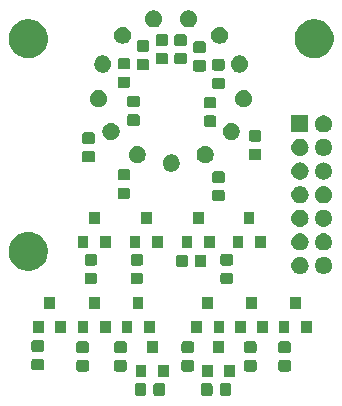
<source format=gbr>
G04 #@! TF.GenerationSoftware,KiCad,Pcbnew,(5.1.2-1)-1*
G04 #@! TF.CreationDate,2021-04-17T11:50:00+08:00*
G04 #@! TF.ProjectId,Nixie,4e697869-652e-46b6-9963-61645f706362,rev?*
G04 #@! TF.SameCoordinates,Original*
G04 #@! TF.FileFunction,Soldermask,Top*
G04 #@! TF.FilePolarity,Negative*
%FSLAX46Y46*%
G04 Gerber Fmt 4.6, Leading zero omitted, Abs format (unit mm)*
G04 Created by KiCad (PCBNEW (5.1.2-1)-1) date 2021-04-17 11:50:00*
%MOMM*%
%LPD*%
G04 APERTURE LIST*
%ADD10C,0.100000*%
G04 APERTURE END LIST*
D10*
G36*
X169029591Y-112178085D02*
G01*
X169063569Y-112188393D01*
X169094890Y-112205134D01*
X169122339Y-112227661D01*
X169144866Y-112255110D01*
X169161607Y-112286431D01*
X169171915Y-112320409D01*
X169176000Y-112361890D01*
X169176000Y-113038110D01*
X169171915Y-113079591D01*
X169161607Y-113113569D01*
X169144866Y-113144890D01*
X169122339Y-113172339D01*
X169094890Y-113194866D01*
X169063569Y-113211607D01*
X169029591Y-113221915D01*
X168988110Y-113226000D01*
X168386890Y-113226000D01*
X168345409Y-113221915D01*
X168311431Y-113211607D01*
X168280110Y-113194866D01*
X168252661Y-113172339D01*
X168230134Y-113144890D01*
X168213393Y-113113569D01*
X168203085Y-113079591D01*
X168199000Y-113038110D01*
X168199000Y-112361890D01*
X168203085Y-112320409D01*
X168213393Y-112286431D01*
X168230134Y-112255110D01*
X168252661Y-112227661D01*
X168280110Y-112205134D01*
X168311431Y-112188393D01*
X168345409Y-112178085D01*
X168386890Y-112174000D01*
X168988110Y-112174000D01*
X169029591Y-112178085D01*
X169029591Y-112178085D01*
G37*
G36*
X167454591Y-112178085D02*
G01*
X167488569Y-112188393D01*
X167519890Y-112205134D01*
X167547339Y-112227661D01*
X167569866Y-112255110D01*
X167586607Y-112286431D01*
X167596915Y-112320409D01*
X167601000Y-112361890D01*
X167601000Y-113038110D01*
X167596915Y-113079591D01*
X167586607Y-113113569D01*
X167569866Y-113144890D01*
X167547339Y-113172339D01*
X167519890Y-113194866D01*
X167488569Y-113211607D01*
X167454591Y-113221915D01*
X167413110Y-113226000D01*
X166811890Y-113226000D01*
X166770409Y-113221915D01*
X166736431Y-113211607D01*
X166705110Y-113194866D01*
X166677661Y-113172339D01*
X166655134Y-113144890D01*
X166638393Y-113113569D01*
X166628085Y-113079591D01*
X166624000Y-113038110D01*
X166624000Y-112361890D01*
X166628085Y-112320409D01*
X166638393Y-112286431D01*
X166655134Y-112255110D01*
X166677661Y-112227661D01*
X166705110Y-112205134D01*
X166736431Y-112188393D01*
X166770409Y-112178085D01*
X166811890Y-112174000D01*
X167413110Y-112174000D01*
X167454591Y-112178085D01*
X167454591Y-112178085D01*
G37*
G36*
X163429591Y-112178085D02*
G01*
X163463569Y-112188393D01*
X163494890Y-112205134D01*
X163522339Y-112227661D01*
X163544866Y-112255110D01*
X163561607Y-112286431D01*
X163571915Y-112320409D01*
X163576000Y-112361890D01*
X163576000Y-113038110D01*
X163571915Y-113079591D01*
X163561607Y-113113569D01*
X163544866Y-113144890D01*
X163522339Y-113172339D01*
X163494890Y-113194866D01*
X163463569Y-113211607D01*
X163429591Y-113221915D01*
X163388110Y-113226000D01*
X162786890Y-113226000D01*
X162745409Y-113221915D01*
X162711431Y-113211607D01*
X162680110Y-113194866D01*
X162652661Y-113172339D01*
X162630134Y-113144890D01*
X162613393Y-113113569D01*
X162603085Y-113079591D01*
X162599000Y-113038110D01*
X162599000Y-112361890D01*
X162603085Y-112320409D01*
X162613393Y-112286431D01*
X162630134Y-112255110D01*
X162652661Y-112227661D01*
X162680110Y-112205134D01*
X162711431Y-112188393D01*
X162745409Y-112178085D01*
X162786890Y-112174000D01*
X163388110Y-112174000D01*
X163429591Y-112178085D01*
X163429591Y-112178085D01*
G37*
G36*
X161854591Y-112178085D02*
G01*
X161888569Y-112188393D01*
X161919890Y-112205134D01*
X161947339Y-112227661D01*
X161969866Y-112255110D01*
X161986607Y-112286431D01*
X161996915Y-112320409D01*
X162001000Y-112361890D01*
X162001000Y-113038110D01*
X161996915Y-113079591D01*
X161986607Y-113113569D01*
X161969866Y-113144890D01*
X161947339Y-113172339D01*
X161919890Y-113194866D01*
X161888569Y-113211607D01*
X161854591Y-113221915D01*
X161813110Y-113226000D01*
X161211890Y-113226000D01*
X161170409Y-113221915D01*
X161136431Y-113211607D01*
X161105110Y-113194866D01*
X161077661Y-113172339D01*
X161055134Y-113144890D01*
X161038393Y-113113569D01*
X161028085Y-113079591D01*
X161024000Y-113038110D01*
X161024000Y-112361890D01*
X161028085Y-112320409D01*
X161038393Y-112286431D01*
X161055134Y-112255110D01*
X161077661Y-112227661D01*
X161105110Y-112205134D01*
X161136431Y-112188393D01*
X161170409Y-112178085D01*
X161211890Y-112174000D01*
X161813110Y-112174000D01*
X161854591Y-112178085D01*
X161854591Y-112178085D01*
G37*
G36*
X163901000Y-111601000D02*
G01*
X162999000Y-111601000D01*
X162999000Y-110599000D01*
X163901000Y-110599000D01*
X163901000Y-111601000D01*
X163901000Y-111601000D01*
G37*
G36*
X162001000Y-111601000D02*
G01*
X161099000Y-111601000D01*
X161099000Y-110599000D01*
X162001000Y-110599000D01*
X162001000Y-111601000D01*
X162001000Y-111601000D01*
G37*
G36*
X167601000Y-111601000D02*
G01*
X166699000Y-111601000D01*
X166699000Y-110599000D01*
X167601000Y-110599000D01*
X167601000Y-111601000D01*
X167601000Y-111601000D01*
G37*
G36*
X169501000Y-111601000D02*
G01*
X168599000Y-111601000D01*
X168599000Y-110599000D01*
X169501000Y-110599000D01*
X169501000Y-111601000D01*
X169501000Y-111601000D01*
G37*
G36*
X174079591Y-110203085D02*
G01*
X174113569Y-110213393D01*
X174144890Y-110230134D01*
X174172339Y-110252661D01*
X174194866Y-110280110D01*
X174211607Y-110311431D01*
X174221915Y-110345409D01*
X174226000Y-110386890D01*
X174226000Y-110988110D01*
X174221915Y-111029591D01*
X174211607Y-111063569D01*
X174194866Y-111094890D01*
X174172339Y-111122339D01*
X174144890Y-111144866D01*
X174113569Y-111161607D01*
X174079591Y-111171915D01*
X174038110Y-111176000D01*
X173361890Y-111176000D01*
X173320409Y-111171915D01*
X173286431Y-111161607D01*
X173255110Y-111144866D01*
X173227661Y-111122339D01*
X173205134Y-111094890D01*
X173188393Y-111063569D01*
X173178085Y-111029591D01*
X173174000Y-110988110D01*
X173174000Y-110386890D01*
X173178085Y-110345409D01*
X173188393Y-110311431D01*
X173205134Y-110280110D01*
X173227661Y-110252661D01*
X173255110Y-110230134D01*
X173286431Y-110213393D01*
X173320409Y-110203085D01*
X173361890Y-110199000D01*
X174038110Y-110199000D01*
X174079591Y-110203085D01*
X174079591Y-110203085D01*
G37*
G36*
X171179591Y-110203085D02*
G01*
X171213569Y-110213393D01*
X171244890Y-110230134D01*
X171272339Y-110252661D01*
X171294866Y-110280110D01*
X171311607Y-110311431D01*
X171321915Y-110345409D01*
X171326000Y-110386890D01*
X171326000Y-110988110D01*
X171321915Y-111029591D01*
X171311607Y-111063569D01*
X171294866Y-111094890D01*
X171272339Y-111122339D01*
X171244890Y-111144866D01*
X171213569Y-111161607D01*
X171179591Y-111171915D01*
X171138110Y-111176000D01*
X170461890Y-111176000D01*
X170420409Y-111171915D01*
X170386431Y-111161607D01*
X170355110Y-111144866D01*
X170327661Y-111122339D01*
X170305134Y-111094890D01*
X170288393Y-111063569D01*
X170278085Y-111029591D01*
X170274000Y-110988110D01*
X170274000Y-110386890D01*
X170278085Y-110345409D01*
X170288393Y-110311431D01*
X170305134Y-110280110D01*
X170327661Y-110252661D01*
X170355110Y-110230134D01*
X170386431Y-110213393D01*
X170420409Y-110203085D01*
X170461890Y-110199000D01*
X171138110Y-110199000D01*
X171179591Y-110203085D01*
X171179591Y-110203085D01*
G37*
G36*
X165879591Y-110203085D02*
G01*
X165913569Y-110213393D01*
X165944890Y-110230134D01*
X165972339Y-110252661D01*
X165994866Y-110280110D01*
X166011607Y-110311431D01*
X166021915Y-110345409D01*
X166026000Y-110386890D01*
X166026000Y-110988110D01*
X166021915Y-111029591D01*
X166011607Y-111063569D01*
X165994866Y-111094890D01*
X165972339Y-111122339D01*
X165944890Y-111144866D01*
X165913569Y-111161607D01*
X165879591Y-111171915D01*
X165838110Y-111176000D01*
X165161890Y-111176000D01*
X165120409Y-111171915D01*
X165086431Y-111161607D01*
X165055110Y-111144866D01*
X165027661Y-111122339D01*
X165005134Y-111094890D01*
X164988393Y-111063569D01*
X164978085Y-111029591D01*
X164974000Y-110988110D01*
X164974000Y-110386890D01*
X164978085Y-110345409D01*
X164988393Y-110311431D01*
X165005134Y-110280110D01*
X165027661Y-110252661D01*
X165055110Y-110230134D01*
X165086431Y-110213393D01*
X165120409Y-110203085D01*
X165161890Y-110199000D01*
X165838110Y-110199000D01*
X165879591Y-110203085D01*
X165879591Y-110203085D01*
G37*
G36*
X160179591Y-110203085D02*
G01*
X160213569Y-110213393D01*
X160244890Y-110230134D01*
X160272339Y-110252661D01*
X160294866Y-110280110D01*
X160311607Y-110311431D01*
X160321915Y-110345409D01*
X160326000Y-110386890D01*
X160326000Y-110988110D01*
X160321915Y-111029591D01*
X160311607Y-111063569D01*
X160294866Y-111094890D01*
X160272339Y-111122339D01*
X160244890Y-111144866D01*
X160213569Y-111161607D01*
X160179591Y-111171915D01*
X160138110Y-111176000D01*
X159461890Y-111176000D01*
X159420409Y-111171915D01*
X159386431Y-111161607D01*
X159355110Y-111144866D01*
X159327661Y-111122339D01*
X159305134Y-111094890D01*
X159288393Y-111063569D01*
X159278085Y-111029591D01*
X159274000Y-110988110D01*
X159274000Y-110386890D01*
X159278085Y-110345409D01*
X159288393Y-110311431D01*
X159305134Y-110280110D01*
X159327661Y-110252661D01*
X159355110Y-110230134D01*
X159386431Y-110213393D01*
X159420409Y-110203085D01*
X159461890Y-110199000D01*
X160138110Y-110199000D01*
X160179591Y-110203085D01*
X160179591Y-110203085D01*
G37*
G36*
X156979591Y-110203085D02*
G01*
X157013569Y-110213393D01*
X157044890Y-110230134D01*
X157072339Y-110252661D01*
X157094866Y-110280110D01*
X157111607Y-110311431D01*
X157121915Y-110345409D01*
X157126000Y-110386890D01*
X157126000Y-110988110D01*
X157121915Y-111029591D01*
X157111607Y-111063569D01*
X157094866Y-111094890D01*
X157072339Y-111122339D01*
X157044890Y-111144866D01*
X157013569Y-111161607D01*
X156979591Y-111171915D01*
X156938110Y-111176000D01*
X156261890Y-111176000D01*
X156220409Y-111171915D01*
X156186431Y-111161607D01*
X156155110Y-111144866D01*
X156127661Y-111122339D01*
X156105134Y-111094890D01*
X156088393Y-111063569D01*
X156078085Y-111029591D01*
X156074000Y-110988110D01*
X156074000Y-110386890D01*
X156078085Y-110345409D01*
X156088393Y-110311431D01*
X156105134Y-110280110D01*
X156127661Y-110252661D01*
X156155110Y-110230134D01*
X156186431Y-110213393D01*
X156220409Y-110203085D01*
X156261890Y-110199000D01*
X156938110Y-110199000D01*
X156979591Y-110203085D01*
X156979591Y-110203085D01*
G37*
G36*
X153179591Y-110103085D02*
G01*
X153213569Y-110113393D01*
X153244890Y-110130134D01*
X153272339Y-110152661D01*
X153294866Y-110180110D01*
X153311607Y-110211431D01*
X153321915Y-110245409D01*
X153326000Y-110286890D01*
X153326000Y-110888110D01*
X153321915Y-110929591D01*
X153311607Y-110963569D01*
X153294866Y-110994890D01*
X153272339Y-111022339D01*
X153244890Y-111044866D01*
X153213569Y-111061607D01*
X153179591Y-111071915D01*
X153138110Y-111076000D01*
X152461890Y-111076000D01*
X152420409Y-111071915D01*
X152386431Y-111061607D01*
X152355110Y-111044866D01*
X152327661Y-111022339D01*
X152305134Y-110994890D01*
X152288393Y-110963569D01*
X152278085Y-110929591D01*
X152274000Y-110888110D01*
X152274000Y-110286890D01*
X152278085Y-110245409D01*
X152288393Y-110211431D01*
X152305134Y-110180110D01*
X152327661Y-110152661D01*
X152355110Y-110130134D01*
X152386431Y-110113393D01*
X152420409Y-110103085D01*
X152461890Y-110099000D01*
X153138110Y-110099000D01*
X153179591Y-110103085D01*
X153179591Y-110103085D01*
G37*
G36*
X160179591Y-108628085D02*
G01*
X160213569Y-108638393D01*
X160244890Y-108655134D01*
X160272339Y-108677661D01*
X160294866Y-108705110D01*
X160311607Y-108736431D01*
X160321915Y-108770409D01*
X160326000Y-108811890D01*
X160326000Y-109413110D01*
X160321915Y-109454591D01*
X160311607Y-109488569D01*
X160294866Y-109519890D01*
X160272339Y-109547339D01*
X160244890Y-109569866D01*
X160213569Y-109586607D01*
X160179591Y-109596915D01*
X160138110Y-109601000D01*
X159461890Y-109601000D01*
X159420409Y-109596915D01*
X159386431Y-109586607D01*
X159355110Y-109569866D01*
X159327661Y-109547339D01*
X159305134Y-109519890D01*
X159288393Y-109488569D01*
X159278085Y-109454591D01*
X159274000Y-109413110D01*
X159274000Y-108811890D01*
X159278085Y-108770409D01*
X159288393Y-108736431D01*
X159305134Y-108705110D01*
X159327661Y-108677661D01*
X159355110Y-108655134D01*
X159386431Y-108638393D01*
X159420409Y-108628085D01*
X159461890Y-108624000D01*
X160138110Y-108624000D01*
X160179591Y-108628085D01*
X160179591Y-108628085D01*
G37*
G36*
X156979591Y-108628085D02*
G01*
X157013569Y-108638393D01*
X157044890Y-108655134D01*
X157072339Y-108677661D01*
X157094866Y-108705110D01*
X157111607Y-108736431D01*
X157121915Y-108770409D01*
X157126000Y-108811890D01*
X157126000Y-109413110D01*
X157121915Y-109454591D01*
X157111607Y-109488569D01*
X157094866Y-109519890D01*
X157072339Y-109547339D01*
X157044890Y-109569866D01*
X157013569Y-109586607D01*
X156979591Y-109596915D01*
X156938110Y-109601000D01*
X156261890Y-109601000D01*
X156220409Y-109596915D01*
X156186431Y-109586607D01*
X156155110Y-109569866D01*
X156127661Y-109547339D01*
X156105134Y-109519890D01*
X156088393Y-109488569D01*
X156078085Y-109454591D01*
X156074000Y-109413110D01*
X156074000Y-108811890D01*
X156078085Y-108770409D01*
X156088393Y-108736431D01*
X156105134Y-108705110D01*
X156127661Y-108677661D01*
X156155110Y-108655134D01*
X156186431Y-108638393D01*
X156220409Y-108628085D01*
X156261890Y-108624000D01*
X156938110Y-108624000D01*
X156979591Y-108628085D01*
X156979591Y-108628085D01*
G37*
G36*
X162951000Y-109601000D02*
G01*
X162049000Y-109601000D01*
X162049000Y-108599000D01*
X162951000Y-108599000D01*
X162951000Y-109601000D01*
X162951000Y-109601000D01*
G37*
G36*
X174079591Y-108628085D02*
G01*
X174113569Y-108638393D01*
X174144890Y-108655134D01*
X174172339Y-108677661D01*
X174194866Y-108705110D01*
X174211607Y-108736431D01*
X174221915Y-108770409D01*
X174226000Y-108811890D01*
X174226000Y-109413110D01*
X174221915Y-109454591D01*
X174211607Y-109488569D01*
X174194866Y-109519890D01*
X174172339Y-109547339D01*
X174144890Y-109569866D01*
X174113569Y-109586607D01*
X174079591Y-109596915D01*
X174038110Y-109601000D01*
X173361890Y-109601000D01*
X173320409Y-109596915D01*
X173286431Y-109586607D01*
X173255110Y-109569866D01*
X173227661Y-109547339D01*
X173205134Y-109519890D01*
X173188393Y-109488569D01*
X173178085Y-109454591D01*
X173174000Y-109413110D01*
X173174000Y-108811890D01*
X173178085Y-108770409D01*
X173188393Y-108736431D01*
X173205134Y-108705110D01*
X173227661Y-108677661D01*
X173255110Y-108655134D01*
X173286431Y-108638393D01*
X173320409Y-108628085D01*
X173361890Y-108624000D01*
X174038110Y-108624000D01*
X174079591Y-108628085D01*
X174079591Y-108628085D01*
G37*
G36*
X171179591Y-108628085D02*
G01*
X171213569Y-108638393D01*
X171244890Y-108655134D01*
X171272339Y-108677661D01*
X171294866Y-108705110D01*
X171311607Y-108736431D01*
X171321915Y-108770409D01*
X171326000Y-108811890D01*
X171326000Y-109413110D01*
X171321915Y-109454591D01*
X171311607Y-109488569D01*
X171294866Y-109519890D01*
X171272339Y-109547339D01*
X171244890Y-109569866D01*
X171213569Y-109586607D01*
X171179591Y-109596915D01*
X171138110Y-109601000D01*
X170461890Y-109601000D01*
X170420409Y-109596915D01*
X170386431Y-109586607D01*
X170355110Y-109569866D01*
X170327661Y-109547339D01*
X170305134Y-109519890D01*
X170288393Y-109488569D01*
X170278085Y-109454591D01*
X170274000Y-109413110D01*
X170274000Y-108811890D01*
X170278085Y-108770409D01*
X170288393Y-108736431D01*
X170305134Y-108705110D01*
X170327661Y-108677661D01*
X170355110Y-108655134D01*
X170386431Y-108638393D01*
X170420409Y-108628085D01*
X170461890Y-108624000D01*
X171138110Y-108624000D01*
X171179591Y-108628085D01*
X171179591Y-108628085D01*
G37*
G36*
X168551000Y-109601000D02*
G01*
X167649000Y-109601000D01*
X167649000Y-108599000D01*
X168551000Y-108599000D01*
X168551000Y-109601000D01*
X168551000Y-109601000D01*
G37*
G36*
X165879591Y-108628085D02*
G01*
X165913569Y-108638393D01*
X165944890Y-108655134D01*
X165972339Y-108677661D01*
X165994866Y-108705110D01*
X166011607Y-108736431D01*
X166021915Y-108770409D01*
X166026000Y-108811890D01*
X166026000Y-109413110D01*
X166021915Y-109454591D01*
X166011607Y-109488569D01*
X165994866Y-109519890D01*
X165972339Y-109547339D01*
X165944890Y-109569866D01*
X165913569Y-109586607D01*
X165879591Y-109596915D01*
X165838110Y-109601000D01*
X165161890Y-109601000D01*
X165120409Y-109596915D01*
X165086431Y-109586607D01*
X165055110Y-109569866D01*
X165027661Y-109547339D01*
X165005134Y-109519890D01*
X164988393Y-109488569D01*
X164978085Y-109454591D01*
X164974000Y-109413110D01*
X164974000Y-108811890D01*
X164978085Y-108770409D01*
X164988393Y-108736431D01*
X165005134Y-108705110D01*
X165027661Y-108677661D01*
X165055110Y-108655134D01*
X165086431Y-108638393D01*
X165120409Y-108628085D01*
X165161890Y-108624000D01*
X165838110Y-108624000D01*
X165879591Y-108628085D01*
X165879591Y-108628085D01*
G37*
G36*
X153179591Y-108528085D02*
G01*
X153213569Y-108538393D01*
X153244890Y-108555134D01*
X153272339Y-108577661D01*
X153294866Y-108605110D01*
X153311607Y-108636431D01*
X153321915Y-108670409D01*
X153326000Y-108711890D01*
X153326000Y-109313110D01*
X153321915Y-109354591D01*
X153311607Y-109388569D01*
X153294866Y-109419890D01*
X153272339Y-109447339D01*
X153244890Y-109469866D01*
X153213569Y-109486607D01*
X153179591Y-109496915D01*
X153138110Y-109501000D01*
X152461890Y-109501000D01*
X152420409Y-109496915D01*
X152386431Y-109486607D01*
X152355110Y-109469866D01*
X152327661Y-109447339D01*
X152305134Y-109419890D01*
X152288393Y-109388569D01*
X152278085Y-109354591D01*
X152274000Y-109313110D01*
X152274000Y-108711890D01*
X152278085Y-108670409D01*
X152288393Y-108636431D01*
X152305134Y-108605110D01*
X152327661Y-108577661D01*
X152355110Y-108555134D01*
X152386431Y-108538393D01*
X152420409Y-108528085D01*
X152461890Y-108524000D01*
X153138110Y-108524000D01*
X153179591Y-108528085D01*
X153179591Y-108528085D01*
G37*
G36*
X160801000Y-107901000D02*
G01*
X159899000Y-107901000D01*
X159899000Y-106899000D01*
X160801000Y-106899000D01*
X160801000Y-107901000D01*
X160801000Y-107901000D01*
G37*
G36*
X166701000Y-107901000D02*
G01*
X165799000Y-107901000D01*
X165799000Y-106899000D01*
X166701000Y-106899000D01*
X166701000Y-107901000D01*
X166701000Y-107901000D01*
G37*
G36*
X168601000Y-107901000D02*
G01*
X167699000Y-107901000D01*
X167699000Y-106899000D01*
X168601000Y-106899000D01*
X168601000Y-107901000D01*
X168601000Y-107901000D01*
G37*
G36*
X153301000Y-107901000D02*
G01*
X152399000Y-107901000D01*
X152399000Y-106899000D01*
X153301000Y-106899000D01*
X153301000Y-107901000D01*
X153301000Y-107901000D01*
G37*
G36*
X170401000Y-107901000D02*
G01*
X169499000Y-107901000D01*
X169499000Y-106899000D01*
X170401000Y-106899000D01*
X170401000Y-107901000D01*
X170401000Y-107901000D01*
G37*
G36*
X162701000Y-107901000D02*
G01*
X161799000Y-107901000D01*
X161799000Y-106899000D01*
X162701000Y-106899000D01*
X162701000Y-107901000D01*
X162701000Y-107901000D01*
G37*
G36*
X172301000Y-107901000D02*
G01*
X171399000Y-107901000D01*
X171399000Y-106899000D01*
X172301000Y-106899000D01*
X172301000Y-107901000D01*
X172301000Y-107901000D01*
G37*
G36*
X155201000Y-107901000D02*
G01*
X154299000Y-107901000D01*
X154299000Y-106899000D01*
X155201000Y-106899000D01*
X155201000Y-107901000D01*
X155201000Y-107901000D01*
G37*
G36*
X174101000Y-107901000D02*
G01*
X173199000Y-107901000D01*
X173199000Y-106899000D01*
X174101000Y-106899000D01*
X174101000Y-107901000D01*
X174101000Y-107901000D01*
G37*
G36*
X176001000Y-107901000D02*
G01*
X175099000Y-107901000D01*
X175099000Y-106899000D01*
X176001000Y-106899000D01*
X176001000Y-107901000D01*
X176001000Y-107901000D01*
G37*
G36*
X159001000Y-107901000D02*
G01*
X158099000Y-107901000D01*
X158099000Y-106899000D01*
X159001000Y-106899000D01*
X159001000Y-107901000D01*
X159001000Y-107901000D01*
G37*
G36*
X157101000Y-107901000D02*
G01*
X156199000Y-107901000D01*
X156199000Y-106899000D01*
X157101000Y-106899000D01*
X157101000Y-107901000D01*
X157101000Y-107901000D01*
G37*
G36*
X158051000Y-105901000D02*
G01*
X157149000Y-105901000D01*
X157149000Y-104899000D01*
X158051000Y-104899000D01*
X158051000Y-105901000D01*
X158051000Y-105901000D01*
G37*
G36*
X175051000Y-105901000D02*
G01*
X174149000Y-105901000D01*
X174149000Y-104899000D01*
X175051000Y-104899000D01*
X175051000Y-105901000D01*
X175051000Y-105901000D01*
G37*
G36*
X171351000Y-105901000D02*
G01*
X170449000Y-105901000D01*
X170449000Y-104899000D01*
X171351000Y-104899000D01*
X171351000Y-105901000D01*
X171351000Y-105901000D01*
G37*
G36*
X167651000Y-105901000D02*
G01*
X166749000Y-105901000D01*
X166749000Y-104899000D01*
X167651000Y-104899000D01*
X167651000Y-105901000D01*
X167651000Y-105901000D01*
G37*
G36*
X161751000Y-105901000D02*
G01*
X160849000Y-105901000D01*
X160849000Y-104899000D01*
X161751000Y-104899000D01*
X161751000Y-105901000D01*
X161751000Y-105901000D01*
G37*
G36*
X154251000Y-105901000D02*
G01*
X153349000Y-105901000D01*
X153349000Y-104899000D01*
X154251000Y-104899000D01*
X154251000Y-105901000D01*
X154251000Y-105901000D01*
G37*
G36*
X169179591Y-102803085D02*
G01*
X169213569Y-102813393D01*
X169244890Y-102830134D01*
X169272339Y-102852661D01*
X169294866Y-102880110D01*
X169311607Y-102911431D01*
X169321915Y-102945409D01*
X169326000Y-102986890D01*
X169326000Y-103588110D01*
X169321915Y-103629591D01*
X169311607Y-103663569D01*
X169294866Y-103694890D01*
X169272339Y-103722339D01*
X169244890Y-103744866D01*
X169213569Y-103761607D01*
X169179591Y-103771915D01*
X169138110Y-103776000D01*
X168461890Y-103776000D01*
X168420409Y-103771915D01*
X168386431Y-103761607D01*
X168355110Y-103744866D01*
X168327661Y-103722339D01*
X168305134Y-103694890D01*
X168288393Y-103663569D01*
X168278085Y-103629591D01*
X168274000Y-103588110D01*
X168274000Y-102986890D01*
X168278085Y-102945409D01*
X168288393Y-102911431D01*
X168305134Y-102880110D01*
X168327661Y-102852661D01*
X168355110Y-102830134D01*
X168386431Y-102813393D01*
X168420409Y-102803085D01*
X168461890Y-102799000D01*
X169138110Y-102799000D01*
X169179591Y-102803085D01*
X169179591Y-102803085D01*
G37*
G36*
X161579591Y-102803085D02*
G01*
X161613569Y-102813393D01*
X161644890Y-102830134D01*
X161672339Y-102852661D01*
X161694866Y-102880110D01*
X161711607Y-102911431D01*
X161721915Y-102945409D01*
X161726000Y-102986890D01*
X161726000Y-103588110D01*
X161721915Y-103629591D01*
X161711607Y-103663569D01*
X161694866Y-103694890D01*
X161672339Y-103722339D01*
X161644890Y-103744866D01*
X161613569Y-103761607D01*
X161579591Y-103771915D01*
X161538110Y-103776000D01*
X160861890Y-103776000D01*
X160820409Y-103771915D01*
X160786431Y-103761607D01*
X160755110Y-103744866D01*
X160727661Y-103722339D01*
X160705134Y-103694890D01*
X160688393Y-103663569D01*
X160678085Y-103629591D01*
X160674000Y-103588110D01*
X160674000Y-102986890D01*
X160678085Y-102945409D01*
X160688393Y-102911431D01*
X160705134Y-102880110D01*
X160727661Y-102852661D01*
X160755110Y-102830134D01*
X160786431Y-102813393D01*
X160820409Y-102803085D01*
X160861890Y-102799000D01*
X161538110Y-102799000D01*
X161579591Y-102803085D01*
X161579591Y-102803085D01*
G37*
G36*
X157679591Y-102803085D02*
G01*
X157713569Y-102813393D01*
X157744890Y-102830134D01*
X157772339Y-102852661D01*
X157794866Y-102880110D01*
X157811607Y-102911431D01*
X157821915Y-102945409D01*
X157826000Y-102986890D01*
X157826000Y-103588110D01*
X157821915Y-103629591D01*
X157811607Y-103663569D01*
X157794866Y-103694890D01*
X157772339Y-103722339D01*
X157744890Y-103744866D01*
X157713569Y-103761607D01*
X157679591Y-103771915D01*
X157638110Y-103776000D01*
X156961890Y-103776000D01*
X156920409Y-103771915D01*
X156886431Y-103761607D01*
X156855110Y-103744866D01*
X156827661Y-103722339D01*
X156805134Y-103694890D01*
X156788393Y-103663569D01*
X156778085Y-103629591D01*
X156774000Y-103588110D01*
X156774000Y-102986890D01*
X156778085Y-102945409D01*
X156788393Y-102911431D01*
X156805134Y-102880110D01*
X156827661Y-102852661D01*
X156855110Y-102830134D01*
X156886431Y-102813393D01*
X156920409Y-102803085D01*
X156961890Y-102799000D01*
X157638110Y-102799000D01*
X157679591Y-102803085D01*
X157679591Y-102803085D01*
G37*
G36*
X175071213Y-101477502D02*
G01*
X175142321Y-101484505D01*
X175253561Y-101518250D01*
X175279175Y-101526020D01*
X175405294Y-101593432D01*
X175515843Y-101684157D01*
X175606568Y-101794706D01*
X175673980Y-101920825D01*
X175673981Y-101920828D01*
X175715495Y-102057679D01*
X175729512Y-102200000D01*
X175715495Y-102342321D01*
X175678857Y-102463097D01*
X175673980Y-102479175D01*
X175606568Y-102605294D01*
X175515843Y-102715843D01*
X175405294Y-102806568D01*
X175279175Y-102873980D01*
X175279172Y-102873981D01*
X175142321Y-102915495D01*
X175071213Y-102922498D01*
X175035660Y-102926000D01*
X174964340Y-102926000D01*
X174928787Y-102922498D01*
X174857679Y-102915495D01*
X174720828Y-102873981D01*
X174720825Y-102873980D01*
X174594706Y-102806568D01*
X174484157Y-102715843D01*
X174393432Y-102605294D01*
X174326020Y-102479175D01*
X174321143Y-102463097D01*
X174284505Y-102342321D01*
X174270488Y-102200000D01*
X174284505Y-102057679D01*
X174326019Y-101920828D01*
X174326020Y-101920825D01*
X174393432Y-101794706D01*
X174484157Y-101684157D01*
X174594706Y-101593432D01*
X174720825Y-101526020D01*
X174746439Y-101518250D01*
X174857679Y-101484505D01*
X174928787Y-101477502D01*
X174964340Y-101474000D01*
X175035660Y-101474000D01*
X175071213Y-101477502D01*
X175071213Y-101477502D01*
G37*
G36*
X177071213Y-101477502D02*
G01*
X177142321Y-101484505D01*
X177253561Y-101518250D01*
X177279175Y-101526020D01*
X177405294Y-101593432D01*
X177515843Y-101684157D01*
X177606568Y-101794706D01*
X177673980Y-101920825D01*
X177673981Y-101920828D01*
X177715495Y-102057679D01*
X177729512Y-102200000D01*
X177715495Y-102342321D01*
X177678857Y-102463097D01*
X177673980Y-102479175D01*
X177606568Y-102605294D01*
X177515843Y-102715843D01*
X177405294Y-102806568D01*
X177279175Y-102873980D01*
X177279172Y-102873981D01*
X177142321Y-102915495D01*
X177071213Y-102922498D01*
X177035660Y-102926000D01*
X176964340Y-102926000D01*
X176928787Y-102922498D01*
X176857679Y-102915495D01*
X176720828Y-102873981D01*
X176720825Y-102873980D01*
X176594706Y-102806568D01*
X176484157Y-102715843D01*
X176393432Y-102605294D01*
X176326020Y-102479175D01*
X176321143Y-102463097D01*
X176284505Y-102342321D01*
X176270488Y-102200000D01*
X176284505Y-102057679D01*
X176326019Y-101920828D01*
X176326020Y-101920825D01*
X176393432Y-101794706D01*
X176484157Y-101684157D01*
X176594706Y-101593432D01*
X176720825Y-101526020D01*
X176746439Y-101518250D01*
X176857679Y-101484505D01*
X176928787Y-101477502D01*
X176964340Y-101474000D01*
X177035660Y-101474000D01*
X177071213Y-101477502D01*
X177071213Y-101477502D01*
G37*
G36*
X152375256Y-99391298D02*
G01*
X152481579Y-99412447D01*
X152782042Y-99536903D01*
X153052451Y-99717585D01*
X153282415Y-99947549D01*
X153463097Y-100217958D01*
X153571297Y-100479175D01*
X153587553Y-100518422D01*
X153651000Y-100837389D01*
X153651000Y-101162611D01*
X153625980Y-101288393D01*
X153587553Y-101481579D01*
X153463097Y-101782042D01*
X153282415Y-102052451D01*
X153052451Y-102282415D01*
X152782042Y-102463097D01*
X152782041Y-102463098D01*
X152782040Y-102463098D01*
X152694037Y-102499550D01*
X152481579Y-102587553D01*
X152392389Y-102605294D01*
X152162611Y-102651000D01*
X151837389Y-102651000D01*
X151607611Y-102605294D01*
X151518421Y-102587553D01*
X151305963Y-102499550D01*
X151217960Y-102463098D01*
X151217959Y-102463098D01*
X151217958Y-102463097D01*
X150947549Y-102282415D01*
X150717585Y-102052451D01*
X150536903Y-101782042D01*
X150412447Y-101481579D01*
X150374020Y-101288393D01*
X150349000Y-101162611D01*
X150349000Y-100837389D01*
X150412447Y-100518422D01*
X150428704Y-100479175D01*
X150536903Y-100217958D01*
X150717585Y-99947549D01*
X150947549Y-99717585D01*
X151217958Y-99536903D01*
X151518421Y-99412447D01*
X151624744Y-99391298D01*
X151837389Y-99349000D01*
X152162611Y-99349000D01*
X152375256Y-99391298D01*
X152375256Y-99391298D01*
G37*
G36*
X166929591Y-101278085D02*
G01*
X166963569Y-101288393D01*
X166994890Y-101305134D01*
X167022339Y-101327661D01*
X167044866Y-101355110D01*
X167061607Y-101386431D01*
X167071915Y-101420409D01*
X167076000Y-101461890D01*
X167076000Y-102138110D01*
X167071915Y-102179591D01*
X167061607Y-102213569D01*
X167044866Y-102244890D01*
X167022339Y-102272339D01*
X166994890Y-102294866D01*
X166963569Y-102311607D01*
X166929591Y-102321915D01*
X166888110Y-102326000D01*
X166286890Y-102326000D01*
X166245409Y-102321915D01*
X166211431Y-102311607D01*
X166180110Y-102294866D01*
X166152661Y-102272339D01*
X166130134Y-102244890D01*
X166113393Y-102213569D01*
X166103085Y-102179591D01*
X166099000Y-102138110D01*
X166099000Y-101461890D01*
X166103085Y-101420409D01*
X166113393Y-101386431D01*
X166130134Y-101355110D01*
X166152661Y-101327661D01*
X166180110Y-101305134D01*
X166211431Y-101288393D01*
X166245409Y-101278085D01*
X166286890Y-101274000D01*
X166888110Y-101274000D01*
X166929591Y-101278085D01*
X166929591Y-101278085D01*
G37*
G36*
X165354591Y-101278085D02*
G01*
X165388569Y-101288393D01*
X165419890Y-101305134D01*
X165447339Y-101327661D01*
X165469866Y-101355110D01*
X165486607Y-101386431D01*
X165496915Y-101420409D01*
X165501000Y-101461890D01*
X165501000Y-102138110D01*
X165496915Y-102179591D01*
X165486607Y-102213569D01*
X165469866Y-102244890D01*
X165447339Y-102272339D01*
X165419890Y-102294866D01*
X165388569Y-102311607D01*
X165354591Y-102321915D01*
X165313110Y-102326000D01*
X164711890Y-102326000D01*
X164670409Y-102321915D01*
X164636431Y-102311607D01*
X164605110Y-102294866D01*
X164577661Y-102272339D01*
X164555134Y-102244890D01*
X164538393Y-102213569D01*
X164528085Y-102179591D01*
X164524000Y-102138110D01*
X164524000Y-101461890D01*
X164528085Y-101420409D01*
X164538393Y-101386431D01*
X164555134Y-101355110D01*
X164577661Y-101327661D01*
X164605110Y-101305134D01*
X164636431Y-101288393D01*
X164670409Y-101278085D01*
X164711890Y-101274000D01*
X165313110Y-101274000D01*
X165354591Y-101278085D01*
X165354591Y-101278085D01*
G37*
G36*
X161579591Y-101228085D02*
G01*
X161613569Y-101238393D01*
X161644890Y-101255134D01*
X161672339Y-101277661D01*
X161694866Y-101305110D01*
X161711607Y-101336431D01*
X161721915Y-101370409D01*
X161726000Y-101411890D01*
X161726000Y-102013110D01*
X161721915Y-102054591D01*
X161711607Y-102088569D01*
X161694866Y-102119890D01*
X161672339Y-102147339D01*
X161644890Y-102169866D01*
X161613569Y-102186607D01*
X161579591Y-102196915D01*
X161538110Y-102201000D01*
X160861890Y-102201000D01*
X160820409Y-102196915D01*
X160786431Y-102186607D01*
X160755110Y-102169866D01*
X160727661Y-102147339D01*
X160705134Y-102119890D01*
X160688393Y-102088569D01*
X160678085Y-102054591D01*
X160674000Y-102013110D01*
X160674000Y-101411890D01*
X160678085Y-101370409D01*
X160688393Y-101336431D01*
X160705134Y-101305110D01*
X160727661Y-101277661D01*
X160755110Y-101255134D01*
X160786431Y-101238393D01*
X160820409Y-101228085D01*
X160861890Y-101224000D01*
X161538110Y-101224000D01*
X161579591Y-101228085D01*
X161579591Y-101228085D01*
G37*
G36*
X157679591Y-101228085D02*
G01*
X157713569Y-101238393D01*
X157744890Y-101255134D01*
X157772339Y-101277661D01*
X157794866Y-101305110D01*
X157811607Y-101336431D01*
X157821915Y-101370409D01*
X157826000Y-101411890D01*
X157826000Y-102013110D01*
X157821915Y-102054591D01*
X157811607Y-102088569D01*
X157794866Y-102119890D01*
X157772339Y-102147339D01*
X157744890Y-102169866D01*
X157713569Y-102186607D01*
X157679591Y-102196915D01*
X157638110Y-102201000D01*
X156961890Y-102201000D01*
X156920409Y-102196915D01*
X156886431Y-102186607D01*
X156855110Y-102169866D01*
X156827661Y-102147339D01*
X156805134Y-102119890D01*
X156788393Y-102088569D01*
X156778085Y-102054591D01*
X156774000Y-102013110D01*
X156774000Y-101411890D01*
X156778085Y-101370409D01*
X156788393Y-101336431D01*
X156805134Y-101305110D01*
X156827661Y-101277661D01*
X156855110Y-101255134D01*
X156886431Y-101238393D01*
X156920409Y-101228085D01*
X156961890Y-101224000D01*
X157638110Y-101224000D01*
X157679591Y-101228085D01*
X157679591Y-101228085D01*
G37*
G36*
X169179591Y-101228085D02*
G01*
X169213569Y-101238393D01*
X169244890Y-101255134D01*
X169272339Y-101277661D01*
X169294866Y-101305110D01*
X169311607Y-101336431D01*
X169321915Y-101370409D01*
X169326000Y-101411890D01*
X169326000Y-102013110D01*
X169321915Y-102054591D01*
X169311607Y-102088569D01*
X169294866Y-102119890D01*
X169272339Y-102147339D01*
X169244890Y-102169866D01*
X169213569Y-102186607D01*
X169179591Y-102196915D01*
X169138110Y-102201000D01*
X168461890Y-102201000D01*
X168420409Y-102196915D01*
X168386431Y-102186607D01*
X168355110Y-102169866D01*
X168327661Y-102147339D01*
X168305134Y-102119890D01*
X168288393Y-102088569D01*
X168278085Y-102054591D01*
X168274000Y-102013110D01*
X168274000Y-101411890D01*
X168278085Y-101370409D01*
X168288393Y-101336431D01*
X168305134Y-101305110D01*
X168327661Y-101277661D01*
X168355110Y-101255134D01*
X168386431Y-101238393D01*
X168420409Y-101228085D01*
X168461890Y-101224000D01*
X169138110Y-101224000D01*
X169179591Y-101228085D01*
X169179591Y-101228085D01*
G37*
G36*
X175071213Y-99477502D02*
G01*
X175142321Y-99484505D01*
X175279172Y-99526019D01*
X175279175Y-99526020D01*
X175405294Y-99593432D01*
X175515843Y-99684157D01*
X175606568Y-99794706D01*
X175673980Y-99920825D01*
X175673981Y-99920828D01*
X175715495Y-100057679D01*
X175729512Y-100200000D01*
X175715495Y-100342321D01*
X175673981Y-100479172D01*
X175673980Y-100479175D01*
X175606568Y-100605294D01*
X175515843Y-100715843D01*
X175405294Y-100806568D01*
X175279175Y-100873980D01*
X175279172Y-100873981D01*
X175142321Y-100915495D01*
X175071213Y-100922498D01*
X175035660Y-100926000D01*
X174964340Y-100926000D01*
X174928787Y-100922498D01*
X174857679Y-100915495D01*
X174720828Y-100873981D01*
X174720825Y-100873980D01*
X174594706Y-100806568D01*
X174484157Y-100715843D01*
X174393432Y-100605294D01*
X174326020Y-100479175D01*
X174326019Y-100479172D01*
X174284505Y-100342321D01*
X174270488Y-100200000D01*
X174284505Y-100057679D01*
X174326019Y-99920828D01*
X174326020Y-99920825D01*
X174393432Y-99794706D01*
X174484157Y-99684157D01*
X174594706Y-99593432D01*
X174720825Y-99526020D01*
X174720828Y-99526019D01*
X174857679Y-99484505D01*
X174928787Y-99477502D01*
X174964340Y-99474000D01*
X175035660Y-99474000D01*
X175071213Y-99477502D01*
X175071213Y-99477502D01*
G37*
G36*
X177071213Y-99477502D02*
G01*
X177142321Y-99484505D01*
X177279172Y-99526019D01*
X177279175Y-99526020D01*
X177405294Y-99593432D01*
X177515843Y-99684157D01*
X177606568Y-99794706D01*
X177673980Y-99920825D01*
X177673981Y-99920828D01*
X177715495Y-100057679D01*
X177729512Y-100200000D01*
X177715495Y-100342321D01*
X177673981Y-100479172D01*
X177673980Y-100479175D01*
X177606568Y-100605294D01*
X177515843Y-100715843D01*
X177405294Y-100806568D01*
X177279175Y-100873980D01*
X177279172Y-100873981D01*
X177142321Y-100915495D01*
X177071213Y-100922498D01*
X177035660Y-100926000D01*
X176964340Y-100926000D01*
X176928787Y-100922498D01*
X176857679Y-100915495D01*
X176720828Y-100873981D01*
X176720825Y-100873980D01*
X176594706Y-100806568D01*
X176484157Y-100715843D01*
X176393432Y-100605294D01*
X176326020Y-100479175D01*
X176326019Y-100479172D01*
X176284505Y-100342321D01*
X176270488Y-100200000D01*
X176284505Y-100057679D01*
X176326019Y-99920828D01*
X176326020Y-99920825D01*
X176393432Y-99794706D01*
X176484157Y-99684157D01*
X176594706Y-99593432D01*
X176720825Y-99526020D01*
X176720828Y-99526019D01*
X176857679Y-99484505D01*
X176928787Y-99477502D01*
X176964340Y-99474000D01*
X177035660Y-99474000D01*
X177071213Y-99477502D01*
X177071213Y-99477502D01*
G37*
G36*
X172101000Y-100701000D02*
G01*
X171199000Y-100701000D01*
X171199000Y-99699000D01*
X172101000Y-99699000D01*
X172101000Y-100701000D01*
X172101000Y-100701000D01*
G37*
G36*
X170201000Y-100701000D02*
G01*
X169299000Y-100701000D01*
X169299000Y-99699000D01*
X170201000Y-99699000D01*
X170201000Y-100701000D01*
X170201000Y-100701000D01*
G37*
G36*
X167801000Y-100701000D02*
G01*
X166899000Y-100701000D01*
X166899000Y-99699000D01*
X167801000Y-99699000D01*
X167801000Y-100701000D01*
X167801000Y-100701000D01*
G37*
G36*
X165901000Y-100701000D02*
G01*
X164999000Y-100701000D01*
X164999000Y-99699000D01*
X165901000Y-99699000D01*
X165901000Y-100701000D01*
X165901000Y-100701000D01*
G37*
G36*
X161501000Y-100701000D02*
G01*
X160599000Y-100701000D01*
X160599000Y-99699000D01*
X161501000Y-99699000D01*
X161501000Y-100701000D01*
X161501000Y-100701000D01*
G37*
G36*
X159001000Y-100701000D02*
G01*
X158099000Y-100701000D01*
X158099000Y-99699000D01*
X159001000Y-99699000D01*
X159001000Y-100701000D01*
X159001000Y-100701000D01*
G37*
G36*
X157101000Y-100701000D02*
G01*
X156199000Y-100701000D01*
X156199000Y-99699000D01*
X157101000Y-99699000D01*
X157101000Y-100701000D01*
X157101000Y-100701000D01*
G37*
G36*
X163401000Y-100701000D02*
G01*
X162499000Y-100701000D01*
X162499000Y-99699000D01*
X163401000Y-99699000D01*
X163401000Y-100701000D01*
X163401000Y-100701000D01*
G37*
G36*
X177071213Y-97477502D02*
G01*
X177142321Y-97484505D01*
X177279172Y-97526019D01*
X177279175Y-97526020D01*
X177405294Y-97593432D01*
X177515843Y-97684157D01*
X177606568Y-97794706D01*
X177673980Y-97920825D01*
X177673981Y-97920828D01*
X177715495Y-98057679D01*
X177729512Y-98200000D01*
X177715495Y-98342321D01*
X177673981Y-98479172D01*
X177673980Y-98479175D01*
X177606568Y-98605294D01*
X177515843Y-98715843D01*
X177405294Y-98806568D01*
X177279175Y-98873980D01*
X177279172Y-98873981D01*
X177142321Y-98915495D01*
X177071213Y-98922498D01*
X177035660Y-98926000D01*
X176964340Y-98926000D01*
X176928787Y-98922498D01*
X176857679Y-98915495D01*
X176720828Y-98873981D01*
X176720825Y-98873980D01*
X176594706Y-98806568D01*
X176484157Y-98715843D01*
X176393432Y-98605294D01*
X176326020Y-98479175D01*
X176326019Y-98479172D01*
X176284505Y-98342321D01*
X176270488Y-98200000D01*
X176284505Y-98057679D01*
X176326019Y-97920828D01*
X176326020Y-97920825D01*
X176393432Y-97794706D01*
X176484157Y-97684157D01*
X176594706Y-97593432D01*
X176720825Y-97526020D01*
X176720828Y-97526019D01*
X176857679Y-97484505D01*
X176928787Y-97477502D01*
X176964340Y-97474000D01*
X177035660Y-97474000D01*
X177071213Y-97477502D01*
X177071213Y-97477502D01*
G37*
G36*
X175071213Y-97477502D02*
G01*
X175142321Y-97484505D01*
X175279172Y-97526019D01*
X175279175Y-97526020D01*
X175405294Y-97593432D01*
X175515843Y-97684157D01*
X175606568Y-97794706D01*
X175673980Y-97920825D01*
X175673981Y-97920828D01*
X175715495Y-98057679D01*
X175729512Y-98200000D01*
X175715495Y-98342321D01*
X175673981Y-98479172D01*
X175673980Y-98479175D01*
X175606568Y-98605294D01*
X175515843Y-98715843D01*
X175405294Y-98806568D01*
X175279175Y-98873980D01*
X175279172Y-98873981D01*
X175142321Y-98915495D01*
X175071213Y-98922498D01*
X175035660Y-98926000D01*
X174964340Y-98926000D01*
X174928787Y-98922498D01*
X174857679Y-98915495D01*
X174720828Y-98873981D01*
X174720825Y-98873980D01*
X174594706Y-98806568D01*
X174484157Y-98715843D01*
X174393432Y-98605294D01*
X174326020Y-98479175D01*
X174326019Y-98479172D01*
X174284505Y-98342321D01*
X174270488Y-98200000D01*
X174284505Y-98057679D01*
X174326019Y-97920828D01*
X174326020Y-97920825D01*
X174393432Y-97794706D01*
X174484157Y-97684157D01*
X174594706Y-97593432D01*
X174720825Y-97526020D01*
X174720828Y-97526019D01*
X174857679Y-97484505D01*
X174928787Y-97477502D01*
X174964340Y-97474000D01*
X175035660Y-97474000D01*
X175071213Y-97477502D01*
X175071213Y-97477502D01*
G37*
G36*
X158051000Y-98701000D02*
G01*
X157149000Y-98701000D01*
X157149000Y-97699000D01*
X158051000Y-97699000D01*
X158051000Y-98701000D01*
X158051000Y-98701000D01*
G37*
G36*
X171151000Y-98701000D02*
G01*
X170249000Y-98701000D01*
X170249000Y-97699000D01*
X171151000Y-97699000D01*
X171151000Y-98701000D01*
X171151000Y-98701000D01*
G37*
G36*
X166851000Y-98701000D02*
G01*
X165949000Y-98701000D01*
X165949000Y-97699000D01*
X166851000Y-97699000D01*
X166851000Y-98701000D01*
X166851000Y-98701000D01*
G37*
G36*
X162451000Y-98701000D02*
G01*
X161549000Y-98701000D01*
X161549000Y-97699000D01*
X162451000Y-97699000D01*
X162451000Y-98701000D01*
X162451000Y-98701000D01*
G37*
G36*
X177071213Y-95477502D02*
G01*
X177142321Y-95484505D01*
X177279172Y-95526019D01*
X177279175Y-95526020D01*
X177405294Y-95593432D01*
X177515843Y-95684157D01*
X177606568Y-95794706D01*
X177673980Y-95920825D01*
X177673981Y-95920828D01*
X177715495Y-96057679D01*
X177729512Y-96200000D01*
X177715495Y-96342321D01*
X177690347Y-96425220D01*
X177673980Y-96479175D01*
X177606568Y-96605294D01*
X177515843Y-96715843D01*
X177405294Y-96806568D01*
X177279175Y-96873980D01*
X177279172Y-96873981D01*
X177142321Y-96915495D01*
X177071213Y-96922498D01*
X177035660Y-96926000D01*
X176964340Y-96926000D01*
X176928787Y-96922498D01*
X176857679Y-96915495D01*
X176720828Y-96873981D01*
X176720825Y-96873980D01*
X176594706Y-96806568D01*
X176484157Y-96715843D01*
X176393432Y-96605294D01*
X176326020Y-96479175D01*
X176309653Y-96425220D01*
X176284505Y-96342321D01*
X176270488Y-96200000D01*
X176284505Y-96057679D01*
X176326019Y-95920828D01*
X176326020Y-95920825D01*
X176393432Y-95794706D01*
X176484157Y-95684157D01*
X176594706Y-95593432D01*
X176720825Y-95526020D01*
X176720828Y-95526019D01*
X176857679Y-95484505D01*
X176928787Y-95477502D01*
X176964340Y-95474000D01*
X177035660Y-95474000D01*
X177071213Y-95477502D01*
X177071213Y-95477502D01*
G37*
G36*
X175071213Y-95477502D02*
G01*
X175142321Y-95484505D01*
X175279172Y-95526019D01*
X175279175Y-95526020D01*
X175405294Y-95593432D01*
X175515843Y-95684157D01*
X175606568Y-95794706D01*
X175673980Y-95920825D01*
X175673981Y-95920828D01*
X175715495Y-96057679D01*
X175729512Y-96200000D01*
X175715495Y-96342321D01*
X175690347Y-96425220D01*
X175673980Y-96479175D01*
X175606568Y-96605294D01*
X175515843Y-96715843D01*
X175405294Y-96806568D01*
X175279175Y-96873980D01*
X175279172Y-96873981D01*
X175142321Y-96915495D01*
X175071213Y-96922498D01*
X175035660Y-96926000D01*
X174964340Y-96926000D01*
X174928787Y-96922498D01*
X174857679Y-96915495D01*
X174720828Y-96873981D01*
X174720825Y-96873980D01*
X174594706Y-96806568D01*
X174484157Y-96715843D01*
X174393432Y-96605294D01*
X174326020Y-96479175D01*
X174309653Y-96425220D01*
X174284505Y-96342321D01*
X174270488Y-96200000D01*
X174284505Y-96057679D01*
X174326019Y-95920828D01*
X174326020Y-95920825D01*
X174393432Y-95794706D01*
X174484157Y-95684157D01*
X174594706Y-95593432D01*
X174720825Y-95526020D01*
X174720828Y-95526019D01*
X174857679Y-95484505D01*
X174928787Y-95477502D01*
X174964340Y-95474000D01*
X175035660Y-95474000D01*
X175071213Y-95477502D01*
X175071213Y-95477502D01*
G37*
G36*
X168479591Y-95803085D02*
G01*
X168513569Y-95813393D01*
X168544890Y-95830134D01*
X168572339Y-95852661D01*
X168594866Y-95880110D01*
X168611607Y-95911431D01*
X168621915Y-95945409D01*
X168626000Y-95986890D01*
X168626000Y-96588110D01*
X168621915Y-96629591D01*
X168611607Y-96663569D01*
X168594866Y-96694890D01*
X168572339Y-96722339D01*
X168544890Y-96744866D01*
X168513569Y-96761607D01*
X168479591Y-96771915D01*
X168438110Y-96776000D01*
X167761890Y-96776000D01*
X167720409Y-96771915D01*
X167686431Y-96761607D01*
X167655110Y-96744866D01*
X167627661Y-96722339D01*
X167605134Y-96694890D01*
X167588393Y-96663569D01*
X167578085Y-96629591D01*
X167574000Y-96588110D01*
X167574000Y-95986890D01*
X167578085Y-95945409D01*
X167588393Y-95911431D01*
X167605134Y-95880110D01*
X167627661Y-95852661D01*
X167655110Y-95830134D01*
X167686431Y-95813393D01*
X167720409Y-95803085D01*
X167761890Y-95799000D01*
X168438110Y-95799000D01*
X168479591Y-95803085D01*
X168479591Y-95803085D01*
G37*
G36*
X160479591Y-95603085D02*
G01*
X160513569Y-95613393D01*
X160544890Y-95630134D01*
X160572339Y-95652661D01*
X160594866Y-95680110D01*
X160611607Y-95711431D01*
X160621915Y-95745409D01*
X160626000Y-95786890D01*
X160626000Y-96388110D01*
X160621915Y-96429591D01*
X160611607Y-96463569D01*
X160594866Y-96494890D01*
X160572339Y-96522339D01*
X160544890Y-96544866D01*
X160513569Y-96561607D01*
X160479591Y-96571915D01*
X160438110Y-96576000D01*
X159761890Y-96576000D01*
X159720409Y-96571915D01*
X159686431Y-96561607D01*
X159655110Y-96544866D01*
X159627661Y-96522339D01*
X159605134Y-96494890D01*
X159588393Y-96463569D01*
X159578085Y-96429591D01*
X159574000Y-96388110D01*
X159574000Y-95786890D01*
X159578085Y-95745409D01*
X159588393Y-95711431D01*
X159605134Y-95680110D01*
X159627661Y-95652661D01*
X159655110Y-95630134D01*
X159686431Y-95613393D01*
X159720409Y-95603085D01*
X159761890Y-95599000D01*
X160438110Y-95599000D01*
X160479591Y-95603085D01*
X160479591Y-95603085D01*
G37*
G36*
X168479591Y-94228085D02*
G01*
X168513569Y-94238393D01*
X168544890Y-94255134D01*
X168572339Y-94277661D01*
X168594866Y-94305110D01*
X168611607Y-94336431D01*
X168621915Y-94370409D01*
X168626000Y-94411890D01*
X168626000Y-95013110D01*
X168621915Y-95054591D01*
X168611607Y-95088569D01*
X168594866Y-95119890D01*
X168572339Y-95147339D01*
X168544890Y-95169866D01*
X168513569Y-95186607D01*
X168479591Y-95196915D01*
X168438110Y-95201000D01*
X167761890Y-95201000D01*
X167720409Y-95196915D01*
X167686431Y-95186607D01*
X167655110Y-95169866D01*
X167627661Y-95147339D01*
X167605134Y-95119890D01*
X167588393Y-95088569D01*
X167578085Y-95054591D01*
X167574000Y-95013110D01*
X167574000Y-94411890D01*
X167578085Y-94370409D01*
X167588393Y-94336431D01*
X167605134Y-94305110D01*
X167627661Y-94277661D01*
X167655110Y-94255134D01*
X167686431Y-94238393D01*
X167720409Y-94228085D01*
X167761890Y-94224000D01*
X168438110Y-94224000D01*
X168479591Y-94228085D01*
X168479591Y-94228085D01*
G37*
G36*
X160479591Y-94028085D02*
G01*
X160513569Y-94038393D01*
X160544890Y-94055134D01*
X160572339Y-94077661D01*
X160594866Y-94105110D01*
X160611607Y-94136431D01*
X160621915Y-94170409D01*
X160626000Y-94211890D01*
X160626000Y-94813110D01*
X160621915Y-94854591D01*
X160611607Y-94888569D01*
X160594866Y-94919890D01*
X160572339Y-94947339D01*
X160544890Y-94969866D01*
X160513569Y-94986607D01*
X160479591Y-94996915D01*
X160438110Y-95001000D01*
X159761890Y-95001000D01*
X159720409Y-94996915D01*
X159686431Y-94986607D01*
X159655110Y-94969866D01*
X159627661Y-94947339D01*
X159605134Y-94919890D01*
X159588393Y-94888569D01*
X159578085Y-94854591D01*
X159574000Y-94813110D01*
X159574000Y-94211890D01*
X159578085Y-94170409D01*
X159588393Y-94136431D01*
X159605134Y-94105110D01*
X159627661Y-94077661D01*
X159655110Y-94055134D01*
X159686431Y-94038393D01*
X159720409Y-94028085D01*
X159761890Y-94024000D01*
X160438110Y-94024000D01*
X160479591Y-94028085D01*
X160479591Y-94028085D01*
G37*
G36*
X175055966Y-93476000D02*
G01*
X175142321Y-93484505D01*
X175279172Y-93526019D01*
X175279175Y-93526020D01*
X175405294Y-93593432D01*
X175515843Y-93684157D01*
X175606568Y-93794706D01*
X175673980Y-93920825D01*
X175673981Y-93920828D01*
X175715495Y-94057679D01*
X175729512Y-94200000D01*
X175715495Y-94342321D01*
X175694391Y-94411890D01*
X175673980Y-94479175D01*
X175606568Y-94605294D01*
X175515843Y-94715843D01*
X175405294Y-94806568D01*
X175279175Y-94873980D01*
X175279172Y-94873981D01*
X175142321Y-94915495D01*
X175071213Y-94922498D01*
X175035660Y-94926000D01*
X174964340Y-94926000D01*
X174928787Y-94922498D01*
X174857679Y-94915495D01*
X174720828Y-94873981D01*
X174720825Y-94873980D01*
X174594706Y-94806568D01*
X174484157Y-94715843D01*
X174393432Y-94605294D01*
X174326020Y-94479175D01*
X174305609Y-94411890D01*
X174284505Y-94342321D01*
X174270488Y-94200000D01*
X174284505Y-94057679D01*
X174326019Y-93920828D01*
X174326020Y-93920825D01*
X174393432Y-93794706D01*
X174484157Y-93684157D01*
X174594706Y-93593432D01*
X174720825Y-93526020D01*
X174720828Y-93526019D01*
X174857679Y-93484505D01*
X174944034Y-93476000D01*
X174964340Y-93474000D01*
X175035660Y-93474000D01*
X175055966Y-93476000D01*
X175055966Y-93476000D01*
G37*
G36*
X177055966Y-93476000D02*
G01*
X177142321Y-93484505D01*
X177279172Y-93526019D01*
X177279175Y-93526020D01*
X177405294Y-93593432D01*
X177515843Y-93684157D01*
X177606568Y-93794706D01*
X177673980Y-93920825D01*
X177673981Y-93920828D01*
X177715495Y-94057679D01*
X177729512Y-94200000D01*
X177715495Y-94342321D01*
X177694391Y-94411890D01*
X177673980Y-94479175D01*
X177606568Y-94605294D01*
X177515843Y-94715843D01*
X177405294Y-94806568D01*
X177279175Y-94873980D01*
X177279172Y-94873981D01*
X177142321Y-94915495D01*
X177071213Y-94922498D01*
X177035660Y-94926000D01*
X176964340Y-94926000D01*
X176928787Y-94922498D01*
X176857679Y-94915495D01*
X176720828Y-94873981D01*
X176720825Y-94873980D01*
X176594706Y-94806568D01*
X176484157Y-94715843D01*
X176393432Y-94605294D01*
X176326020Y-94479175D01*
X176305609Y-94411890D01*
X176284505Y-94342321D01*
X176270488Y-94200000D01*
X176284505Y-94057679D01*
X176326019Y-93920828D01*
X176326020Y-93920825D01*
X176393432Y-93794706D01*
X176484157Y-93684157D01*
X176594706Y-93593432D01*
X176720825Y-93526020D01*
X176720828Y-93526019D01*
X176857679Y-93484505D01*
X176944034Y-93476000D01*
X176964340Y-93474000D01*
X177035660Y-93474000D01*
X177055966Y-93476000D01*
X177055966Y-93476000D01*
G37*
G36*
X164306572Y-92824126D02*
G01*
X164438350Y-92878711D01*
X164556947Y-92957955D01*
X164657805Y-93058813D01*
X164737049Y-93177410D01*
X164791634Y-93309188D01*
X164819460Y-93449082D01*
X164819460Y-93591718D01*
X164791634Y-93731612D01*
X164737049Y-93863390D01*
X164657805Y-93981987D01*
X164556947Y-94082845D01*
X164438350Y-94162089D01*
X164306572Y-94216674D01*
X164166678Y-94244500D01*
X164024042Y-94244500D01*
X163884148Y-94216674D01*
X163752370Y-94162089D01*
X163633773Y-94082845D01*
X163532915Y-93981987D01*
X163453671Y-93863390D01*
X163399086Y-93731612D01*
X163371260Y-93591718D01*
X163371260Y-93449082D01*
X163399086Y-93309188D01*
X163453671Y-93177410D01*
X163532915Y-93058813D01*
X163633773Y-92957955D01*
X163752370Y-92878711D01*
X163884148Y-92824126D01*
X164024042Y-92796300D01*
X164166678Y-92796300D01*
X164306572Y-92824126D01*
X164306572Y-92824126D01*
G37*
G36*
X161431292Y-92115466D02*
G01*
X161563070Y-92170051D01*
X161681667Y-92249295D01*
X161782525Y-92350153D01*
X161861769Y-92468750D01*
X161916354Y-92600528D01*
X161944180Y-92740422D01*
X161944180Y-92883058D01*
X161916354Y-93022952D01*
X161861769Y-93154730D01*
X161782525Y-93273327D01*
X161681667Y-93374185D01*
X161563070Y-93453429D01*
X161431292Y-93508014D01*
X161291398Y-93535840D01*
X161148762Y-93535840D01*
X161008868Y-93508014D01*
X160877090Y-93453429D01*
X160758493Y-93374185D01*
X160657635Y-93273327D01*
X160578391Y-93154730D01*
X160523806Y-93022952D01*
X160495980Y-92883058D01*
X160495980Y-92740422D01*
X160523806Y-92600528D01*
X160578391Y-92468750D01*
X160657635Y-92350153D01*
X160758493Y-92249295D01*
X160877090Y-92170051D01*
X161008868Y-92115466D01*
X161148762Y-92087640D01*
X161291398Y-92087640D01*
X161431292Y-92115466D01*
X161431292Y-92115466D01*
G37*
G36*
X167181852Y-92115466D02*
G01*
X167313630Y-92170051D01*
X167432227Y-92249295D01*
X167533085Y-92350153D01*
X167612329Y-92468750D01*
X167666914Y-92600528D01*
X167694740Y-92740422D01*
X167694740Y-92883058D01*
X167666914Y-93022952D01*
X167612329Y-93154730D01*
X167533085Y-93273327D01*
X167432227Y-93374185D01*
X167313630Y-93453429D01*
X167181852Y-93508014D01*
X167041958Y-93535840D01*
X166899322Y-93535840D01*
X166759428Y-93508014D01*
X166627650Y-93453429D01*
X166509053Y-93374185D01*
X166408195Y-93273327D01*
X166328951Y-93154730D01*
X166274366Y-93022952D01*
X166246540Y-92883058D01*
X166246540Y-92740422D01*
X166274366Y-92600528D01*
X166328951Y-92468750D01*
X166408195Y-92350153D01*
X166509053Y-92249295D01*
X166627650Y-92170051D01*
X166759428Y-92115466D01*
X166899322Y-92087640D01*
X167041958Y-92087640D01*
X167181852Y-92115466D01*
X167181852Y-92115466D01*
G37*
G36*
X157479591Y-92503085D02*
G01*
X157513569Y-92513393D01*
X157544890Y-92530134D01*
X157572339Y-92552661D01*
X157594866Y-92580110D01*
X157611607Y-92611431D01*
X157621915Y-92645409D01*
X157626000Y-92686890D01*
X157626000Y-93288110D01*
X157621915Y-93329591D01*
X157611607Y-93363569D01*
X157594866Y-93394890D01*
X157572339Y-93422339D01*
X157544890Y-93444866D01*
X157513569Y-93461607D01*
X157479591Y-93471915D01*
X157438110Y-93476000D01*
X156761890Y-93476000D01*
X156720409Y-93471915D01*
X156686431Y-93461607D01*
X156655110Y-93444866D01*
X156627661Y-93422339D01*
X156605134Y-93394890D01*
X156588393Y-93363569D01*
X156578085Y-93329591D01*
X156574000Y-93288110D01*
X156574000Y-92686890D01*
X156578085Y-92645409D01*
X156588393Y-92611431D01*
X156605134Y-92580110D01*
X156627661Y-92552661D01*
X156655110Y-92530134D01*
X156686431Y-92513393D01*
X156720409Y-92503085D01*
X156761890Y-92499000D01*
X157438110Y-92499000D01*
X157479591Y-92503085D01*
X157479591Y-92503085D01*
G37*
G36*
X171579591Y-92303085D02*
G01*
X171613569Y-92313393D01*
X171644890Y-92330134D01*
X171672339Y-92352661D01*
X171694866Y-92380110D01*
X171711607Y-92411431D01*
X171721915Y-92445409D01*
X171726000Y-92486890D01*
X171726000Y-93088110D01*
X171721915Y-93129591D01*
X171711607Y-93163569D01*
X171694866Y-93194890D01*
X171672339Y-93222339D01*
X171644890Y-93244866D01*
X171613569Y-93261607D01*
X171579591Y-93271915D01*
X171538110Y-93276000D01*
X170861890Y-93276000D01*
X170820409Y-93271915D01*
X170786431Y-93261607D01*
X170755110Y-93244866D01*
X170727661Y-93222339D01*
X170705134Y-93194890D01*
X170688393Y-93163569D01*
X170678085Y-93129591D01*
X170674000Y-93088110D01*
X170674000Y-92486890D01*
X170678085Y-92445409D01*
X170688393Y-92411431D01*
X170705134Y-92380110D01*
X170727661Y-92352661D01*
X170755110Y-92330134D01*
X170786431Y-92313393D01*
X170820409Y-92303085D01*
X170861890Y-92299000D01*
X171538110Y-92299000D01*
X171579591Y-92303085D01*
X171579591Y-92303085D01*
G37*
G36*
X177071213Y-91477502D02*
G01*
X177142321Y-91484505D01*
X177236617Y-91513110D01*
X177279175Y-91526020D01*
X177405294Y-91593432D01*
X177515843Y-91684157D01*
X177606568Y-91794706D01*
X177673980Y-91920825D01*
X177673981Y-91920828D01*
X177715495Y-92057679D01*
X177729512Y-92200000D01*
X177715495Y-92342321D01*
X177673981Y-92479172D01*
X177673980Y-92479175D01*
X177606568Y-92605294D01*
X177515843Y-92715843D01*
X177405294Y-92806568D01*
X177279175Y-92873980D01*
X177279172Y-92873981D01*
X177142321Y-92915495D01*
X177071213Y-92922498D01*
X177035660Y-92926000D01*
X176964340Y-92926000D01*
X176928787Y-92922498D01*
X176857679Y-92915495D01*
X176720828Y-92873981D01*
X176720825Y-92873980D01*
X176594706Y-92806568D01*
X176484157Y-92715843D01*
X176393432Y-92605294D01*
X176326020Y-92479175D01*
X176326019Y-92479172D01*
X176284505Y-92342321D01*
X176270488Y-92200000D01*
X176284505Y-92057679D01*
X176326019Y-91920828D01*
X176326020Y-91920825D01*
X176393432Y-91794706D01*
X176484157Y-91684157D01*
X176594706Y-91593432D01*
X176720825Y-91526020D01*
X176763383Y-91513110D01*
X176857679Y-91484505D01*
X176928787Y-91477502D01*
X176964340Y-91474000D01*
X177035660Y-91474000D01*
X177071213Y-91477502D01*
X177071213Y-91477502D01*
G37*
G36*
X175071213Y-91477502D02*
G01*
X175142321Y-91484505D01*
X175236617Y-91513110D01*
X175279175Y-91526020D01*
X175405294Y-91593432D01*
X175515843Y-91684157D01*
X175606568Y-91794706D01*
X175673980Y-91920825D01*
X175673981Y-91920828D01*
X175715495Y-92057679D01*
X175729512Y-92200000D01*
X175715495Y-92342321D01*
X175673981Y-92479172D01*
X175673980Y-92479175D01*
X175606568Y-92605294D01*
X175515843Y-92715843D01*
X175405294Y-92806568D01*
X175279175Y-92873980D01*
X175279172Y-92873981D01*
X175142321Y-92915495D01*
X175071213Y-92922498D01*
X175035660Y-92926000D01*
X174964340Y-92926000D01*
X174928787Y-92922498D01*
X174857679Y-92915495D01*
X174720828Y-92873981D01*
X174720825Y-92873980D01*
X174594706Y-92806568D01*
X174484157Y-92715843D01*
X174393432Y-92605294D01*
X174326020Y-92479175D01*
X174326019Y-92479172D01*
X174284505Y-92342321D01*
X174270488Y-92200000D01*
X174284505Y-92057679D01*
X174326019Y-91920828D01*
X174326020Y-91920825D01*
X174393432Y-91794706D01*
X174484157Y-91684157D01*
X174594706Y-91593432D01*
X174720825Y-91526020D01*
X174763383Y-91513110D01*
X174857679Y-91484505D01*
X174928787Y-91477502D01*
X174964340Y-91474000D01*
X175035660Y-91474000D01*
X175071213Y-91477502D01*
X175071213Y-91477502D01*
G37*
G36*
X157479591Y-90928085D02*
G01*
X157513569Y-90938393D01*
X157544890Y-90955134D01*
X157572339Y-90977661D01*
X157594866Y-91005110D01*
X157611607Y-91036431D01*
X157621915Y-91070409D01*
X157626000Y-91111890D01*
X157626000Y-91713110D01*
X157621915Y-91754591D01*
X157611607Y-91788569D01*
X157594866Y-91819890D01*
X157572339Y-91847339D01*
X157544890Y-91869866D01*
X157513569Y-91886607D01*
X157479591Y-91896915D01*
X157438110Y-91901000D01*
X156761890Y-91901000D01*
X156720409Y-91896915D01*
X156686431Y-91886607D01*
X156655110Y-91869866D01*
X156627661Y-91847339D01*
X156605134Y-91819890D01*
X156588393Y-91788569D01*
X156578085Y-91754591D01*
X156574000Y-91713110D01*
X156574000Y-91111890D01*
X156578085Y-91070409D01*
X156588393Y-91036431D01*
X156605134Y-91005110D01*
X156627661Y-90977661D01*
X156655110Y-90955134D01*
X156686431Y-90938393D01*
X156720409Y-90928085D01*
X156761890Y-90924000D01*
X157438110Y-90924000D01*
X157479591Y-90928085D01*
X157479591Y-90928085D01*
G37*
G36*
X171579591Y-90728085D02*
G01*
X171613569Y-90738393D01*
X171644890Y-90755134D01*
X171672339Y-90777661D01*
X171694866Y-90805110D01*
X171711607Y-90836431D01*
X171721914Y-90870407D01*
X171726000Y-90911890D01*
X171726000Y-91513110D01*
X171721915Y-91554591D01*
X171711607Y-91588569D01*
X171694866Y-91619890D01*
X171672339Y-91647339D01*
X171644890Y-91669866D01*
X171613569Y-91686607D01*
X171579591Y-91696915D01*
X171538110Y-91701000D01*
X170861890Y-91701000D01*
X170820409Y-91696915D01*
X170786431Y-91686607D01*
X170755110Y-91669866D01*
X170727661Y-91647339D01*
X170705134Y-91619890D01*
X170688393Y-91588569D01*
X170678085Y-91554591D01*
X170674000Y-91513110D01*
X170674000Y-90911890D01*
X170678086Y-90870407D01*
X170688393Y-90836431D01*
X170705134Y-90805110D01*
X170727661Y-90777661D01*
X170755110Y-90755134D01*
X170786431Y-90738393D01*
X170820409Y-90728085D01*
X170861890Y-90724000D01*
X171538110Y-90724000D01*
X171579591Y-90728085D01*
X171579591Y-90728085D01*
G37*
G36*
X169399272Y-90152046D02*
G01*
X169531050Y-90206631D01*
X169649647Y-90285875D01*
X169750505Y-90386733D01*
X169829749Y-90505330D01*
X169884334Y-90637108D01*
X169912160Y-90777002D01*
X169912160Y-90919638D01*
X169884334Y-91059532D01*
X169829749Y-91191310D01*
X169750505Y-91309907D01*
X169649647Y-91410765D01*
X169531050Y-91490009D01*
X169399272Y-91544594D01*
X169259378Y-91572420D01*
X169116742Y-91572420D01*
X168976848Y-91544594D01*
X168845070Y-91490009D01*
X168726473Y-91410765D01*
X168625615Y-91309907D01*
X168546371Y-91191310D01*
X168491786Y-91059532D01*
X168463960Y-90919638D01*
X168463960Y-90777002D01*
X168491786Y-90637108D01*
X168546371Y-90505330D01*
X168625615Y-90386733D01*
X168726473Y-90285875D01*
X168845070Y-90206631D01*
X168976848Y-90152046D01*
X169116742Y-90124220D01*
X169259378Y-90124220D01*
X169399272Y-90152046D01*
X169399272Y-90152046D01*
G37*
G36*
X159213872Y-90152046D02*
G01*
X159345650Y-90206631D01*
X159464247Y-90285875D01*
X159565105Y-90386733D01*
X159644349Y-90505330D01*
X159698934Y-90637108D01*
X159726760Y-90777002D01*
X159726760Y-90919638D01*
X159698934Y-91059532D01*
X159644349Y-91191310D01*
X159565105Y-91309907D01*
X159464247Y-91410765D01*
X159345650Y-91490009D01*
X159213872Y-91544594D01*
X159073978Y-91572420D01*
X158931342Y-91572420D01*
X158791448Y-91544594D01*
X158659670Y-91490009D01*
X158541073Y-91410765D01*
X158440215Y-91309907D01*
X158360971Y-91191310D01*
X158306386Y-91059532D01*
X158278560Y-90919638D01*
X158278560Y-90777002D01*
X158306386Y-90637108D01*
X158360971Y-90505330D01*
X158440215Y-90386733D01*
X158541073Y-90285875D01*
X158659670Y-90206631D01*
X158791448Y-90152046D01*
X158931342Y-90124220D01*
X159073978Y-90124220D01*
X159213872Y-90152046D01*
X159213872Y-90152046D01*
G37*
G36*
X177071213Y-89477502D02*
G01*
X177142321Y-89484505D01*
X177237550Y-89513393D01*
X177279175Y-89526020D01*
X177405294Y-89593432D01*
X177515843Y-89684157D01*
X177606568Y-89794706D01*
X177673980Y-89920825D01*
X177673981Y-89920828D01*
X177715495Y-90057679D01*
X177729512Y-90200000D01*
X177715495Y-90342321D01*
X177691221Y-90422339D01*
X177673980Y-90479175D01*
X177606568Y-90605294D01*
X177515843Y-90715843D01*
X177405294Y-90806568D01*
X177279175Y-90873980D01*
X177279172Y-90873981D01*
X177142321Y-90915495D01*
X177071213Y-90922498D01*
X177035660Y-90926000D01*
X176964340Y-90926000D01*
X176928787Y-90922498D01*
X176857679Y-90915495D01*
X176720828Y-90873981D01*
X176720825Y-90873980D01*
X176594706Y-90806568D01*
X176484157Y-90715843D01*
X176393432Y-90605294D01*
X176326020Y-90479175D01*
X176308779Y-90422339D01*
X176284505Y-90342321D01*
X176270488Y-90200000D01*
X176284505Y-90057679D01*
X176326019Y-89920828D01*
X176326020Y-89920825D01*
X176393432Y-89794706D01*
X176484157Y-89684157D01*
X176594706Y-89593432D01*
X176720825Y-89526020D01*
X176762450Y-89513393D01*
X176857679Y-89484505D01*
X176928787Y-89477502D01*
X176964340Y-89474000D01*
X177035660Y-89474000D01*
X177071213Y-89477502D01*
X177071213Y-89477502D01*
G37*
G36*
X175726000Y-90926000D02*
G01*
X174274000Y-90926000D01*
X174274000Y-89474000D01*
X175726000Y-89474000D01*
X175726000Y-90926000D01*
X175726000Y-90926000D01*
G37*
G36*
X167779591Y-89503085D02*
G01*
X167813569Y-89513393D01*
X167844890Y-89530134D01*
X167872339Y-89552661D01*
X167894866Y-89580110D01*
X167911607Y-89611431D01*
X167921915Y-89645409D01*
X167926000Y-89686890D01*
X167926000Y-90288110D01*
X167921915Y-90329591D01*
X167911607Y-90363569D01*
X167894866Y-90394890D01*
X167872339Y-90422339D01*
X167844890Y-90444866D01*
X167813569Y-90461607D01*
X167779591Y-90471915D01*
X167738110Y-90476000D01*
X167061890Y-90476000D01*
X167020409Y-90471915D01*
X166986431Y-90461607D01*
X166955110Y-90444866D01*
X166927661Y-90422339D01*
X166905134Y-90394890D01*
X166888393Y-90363569D01*
X166878085Y-90329591D01*
X166874000Y-90288110D01*
X166874000Y-89686890D01*
X166878085Y-89645409D01*
X166888393Y-89611431D01*
X166905134Y-89580110D01*
X166927661Y-89552661D01*
X166955110Y-89530134D01*
X166986431Y-89513393D01*
X167020409Y-89503085D01*
X167061890Y-89499000D01*
X167738110Y-89499000D01*
X167779591Y-89503085D01*
X167779591Y-89503085D01*
G37*
G36*
X161279591Y-89403085D02*
G01*
X161313569Y-89413393D01*
X161344890Y-89430134D01*
X161372339Y-89452661D01*
X161394866Y-89480110D01*
X161411607Y-89511431D01*
X161421915Y-89545409D01*
X161426000Y-89586890D01*
X161426000Y-90188110D01*
X161421915Y-90229591D01*
X161411607Y-90263569D01*
X161394866Y-90294890D01*
X161372339Y-90322339D01*
X161344890Y-90344866D01*
X161313569Y-90361607D01*
X161279591Y-90371915D01*
X161238110Y-90376000D01*
X160561890Y-90376000D01*
X160520409Y-90371915D01*
X160486431Y-90361607D01*
X160455110Y-90344866D01*
X160427661Y-90322339D01*
X160405134Y-90294890D01*
X160388393Y-90263569D01*
X160378085Y-90229591D01*
X160374000Y-90188110D01*
X160374000Y-89586890D01*
X160378085Y-89545409D01*
X160388393Y-89511431D01*
X160405134Y-89480110D01*
X160427661Y-89452661D01*
X160455110Y-89430134D01*
X160486431Y-89413393D01*
X160520409Y-89403085D01*
X160561890Y-89399000D01*
X161238110Y-89399000D01*
X161279591Y-89403085D01*
X161279591Y-89403085D01*
G37*
G36*
X167779591Y-87928085D02*
G01*
X167813569Y-87938393D01*
X167844890Y-87955134D01*
X167872339Y-87977661D01*
X167894866Y-88005110D01*
X167911607Y-88036431D01*
X167921915Y-88070409D01*
X167926000Y-88111890D01*
X167926000Y-88713110D01*
X167921915Y-88754591D01*
X167911607Y-88788569D01*
X167894866Y-88819890D01*
X167872339Y-88847339D01*
X167844890Y-88869866D01*
X167813569Y-88886607D01*
X167779591Y-88896915D01*
X167738110Y-88901000D01*
X167061890Y-88901000D01*
X167020409Y-88896915D01*
X166986431Y-88886607D01*
X166955110Y-88869866D01*
X166927661Y-88847339D01*
X166905134Y-88819890D01*
X166888393Y-88788569D01*
X166878085Y-88754591D01*
X166874000Y-88713110D01*
X166874000Y-88111890D01*
X166878085Y-88070409D01*
X166888393Y-88036431D01*
X166905134Y-88005110D01*
X166927661Y-87977661D01*
X166955110Y-87955134D01*
X166986431Y-87938393D01*
X167020409Y-87928085D01*
X167061890Y-87924000D01*
X167738110Y-87924000D01*
X167779591Y-87928085D01*
X167779591Y-87928085D01*
G37*
G36*
X170450832Y-87380906D02*
G01*
X170582610Y-87435491D01*
X170701207Y-87514735D01*
X170802065Y-87615593D01*
X170881309Y-87734190D01*
X170935894Y-87865968D01*
X170963720Y-88005862D01*
X170963720Y-88148498D01*
X170935894Y-88288392D01*
X170881309Y-88420170D01*
X170802065Y-88538767D01*
X170701207Y-88639625D01*
X170582610Y-88718869D01*
X170450832Y-88773454D01*
X170310938Y-88801280D01*
X170168302Y-88801280D01*
X170028408Y-88773454D01*
X169896630Y-88718869D01*
X169778033Y-88639625D01*
X169677175Y-88538767D01*
X169597931Y-88420170D01*
X169543346Y-88288392D01*
X169515520Y-88148498D01*
X169515520Y-88005862D01*
X169543346Y-87865968D01*
X169597931Y-87734190D01*
X169677175Y-87615593D01*
X169778033Y-87514735D01*
X169896630Y-87435491D01*
X170028408Y-87380906D01*
X170168302Y-87353080D01*
X170310938Y-87353080D01*
X170450832Y-87380906D01*
X170450832Y-87380906D01*
G37*
G36*
X158162312Y-87380906D02*
G01*
X158294090Y-87435491D01*
X158412687Y-87514735D01*
X158513545Y-87615593D01*
X158592789Y-87734190D01*
X158647374Y-87865968D01*
X158675200Y-88005862D01*
X158675200Y-88148498D01*
X158647374Y-88288392D01*
X158592789Y-88420170D01*
X158513545Y-88538767D01*
X158412687Y-88639625D01*
X158294090Y-88718869D01*
X158162312Y-88773454D01*
X158022418Y-88801280D01*
X157879782Y-88801280D01*
X157739888Y-88773454D01*
X157608110Y-88718869D01*
X157489513Y-88639625D01*
X157388655Y-88538767D01*
X157309411Y-88420170D01*
X157254826Y-88288392D01*
X157227000Y-88148498D01*
X157227000Y-88005862D01*
X157254826Y-87865968D01*
X157309411Y-87734190D01*
X157388655Y-87615593D01*
X157489513Y-87514735D01*
X157608110Y-87435491D01*
X157739888Y-87380906D01*
X157879782Y-87353080D01*
X158022418Y-87353080D01*
X158162312Y-87380906D01*
X158162312Y-87380906D01*
G37*
G36*
X161279591Y-87828085D02*
G01*
X161313569Y-87838393D01*
X161344890Y-87855134D01*
X161372339Y-87877661D01*
X161394866Y-87905110D01*
X161411607Y-87936431D01*
X161421915Y-87970409D01*
X161426000Y-88011890D01*
X161426000Y-88613110D01*
X161421915Y-88654591D01*
X161411607Y-88688569D01*
X161394866Y-88719890D01*
X161372339Y-88747339D01*
X161344890Y-88769866D01*
X161313569Y-88786607D01*
X161279591Y-88796915D01*
X161238110Y-88801000D01*
X160561890Y-88801000D01*
X160520409Y-88796915D01*
X160486431Y-88786607D01*
X160455110Y-88769866D01*
X160427661Y-88747339D01*
X160405134Y-88719890D01*
X160388393Y-88688569D01*
X160378085Y-88654591D01*
X160374000Y-88613110D01*
X160374000Y-88011890D01*
X160378085Y-87970409D01*
X160388393Y-87936431D01*
X160405134Y-87905110D01*
X160427661Y-87877661D01*
X160455110Y-87855134D01*
X160486431Y-87838393D01*
X160520409Y-87828085D01*
X160561890Y-87824000D01*
X161238110Y-87824000D01*
X161279591Y-87828085D01*
X161279591Y-87828085D01*
G37*
G36*
X168479591Y-86303085D02*
G01*
X168513569Y-86313393D01*
X168544890Y-86330134D01*
X168572339Y-86352661D01*
X168594866Y-86380110D01*
X168611607Y-86411431D01*
X168621915Y-86445409D01*
X168626000Y-86486890D01*
X168626000Y-87088110D01*
X168621915Y-87129591D01*
X168611607Y-87163569D01*
X168594866Y-87194890D01*
X168572339Y-87222339D01*
X168544890Y-87244866D01*
X168513569Y-87261607D01*
X168479591Y-87271915D01*
X168438110Y-87276000D01*
X167761890Y-87276000D01*
X167720409Y-87271915D01*
X167686431Y-87261607D01*
X167655110Y-87244866D01*
X167627661Y-87222339D01*
X167605134Y-87194890D01*
X167588393Y-87163569D01*
X167578085Y-87129591D01*
X167574000Y-87088110D01*
X167574000Y-86486890D01*
X167578085Y-86445409D01*
X167588393Y-86411431D01*
X167605134Y-86380110D01*
X167627661Y-86352661D01*
X167655110Y-86330134D01*
X167686431Y-86313393D01*
X167720409Y-86303085D01*
X167761890Y-86299000D01*
X168438110Y-86299000D01*
X168479591Y-86303085D01*
X168479591Y-86303085D01*
G37*
G36*
X160479591Y-86203085D02*
G01*
X160513569Y-86213393D01*
X160544890Y-86230134D01*
X160572339Y-86252661D01*
X160594866Y-86280110D01*
X160611607Y-86311431D01*
X160621915Y-86345409D01*
X160626000Y-86386890D01*
X160626000Y-86988110D01*
X160621915Y-87029591D01*
X160611607Y-87063569D01*
X160594866Y-87094890D01*
X160572339Y-87122339D01*
X160544890Y-87144866D01*
X160513569Y-87161607D01*
X160479591Y-87171915D01*
X160438110Y-87176000D01*
X159761890Y-87176000D01*
X159720409Y-87171915D01*
X159686431Y-87161607D01*
X159655110Y-87144866D01*
X159627661Y-87122339D01*
X159605134Y-87094890D01*
X159588393Y-87063569D01*
X159578085Y-87029591D01*
X159574000Y-86988110D01*
X159574000Y-86386890D01*
X159578085Y-86345409D01*
X159588393Y-86311431D01*
X159605134Y-86280110D01*
X159627661Y-86252661D01*
X159655110Y-86230134D01*
X159686431Y-86213393D01*
X159720409Y-86203085D01*
X159761890Y-86199000D01*
X160438110Y-86199000D01*
X160479591Y-86203085D01*
X160479591Y-86203085D01*
G37*
G36*
X158520452Y-84442126D02*
G01*
X158652230Y-84496711D01*
X158770827Y-84575955D01*
X158871685Y-84676813D01*
X158950929Y-84795410D01*
X159005514Y-84927188D01*
X159033340Y-85067082D01*
X159033340Y-85209718D01*
X159005514Y-85349612D01*
X158950929Y-85481390D01*
X158871685Y-85599987D01*
X158770827Y-85700845D01*
X158652230Y-85780089D01*
X158520452Y-85834674D01*
X158380558Y-85862500D01*
X158237922Y-85862500D01*
X158098028Y-85834674D01*
X157966250Y-85780089D01*
X157847653Y-85700845D01*
X157746795Y-85599987D01*
X157667551Y-85481390D01*
X157612966Y-85349612D01*
X157585140Y-85209718D01*
X157585140Y-85067082D01*
X157612966Y-84927188D01*
X157667551Y-84795410D01*
X157746795Y-84676813D01*
X157847653Y-84575955D01*
X157966250Y-84496711D01*
X158098028Y-84442126D01*
X158237922Y-84414300D01*
X158380558Y-84414300D01*
X158520452Y-84442126D01*
X158520452Y-84442126D01*
G37*
G36*
X170092692Y-84442126D02*
G01*
X170224470Y-84496711D01*
X170343067Y-84575955D01*
X170443925Y-84676813D01*
X170523169Y-84795410D01*
X170577754Y-84927188D01*
X170605580Y-85067082D01*
X170605580Y-85209718D01*
X170577754Y-85349612D01*
X170523169Y-85481390D01*
X170443925Y-85599987D01*
X170343067Y-85700845D01*
X170224470Y-85780089D01*
X170092692Y-85834674D01*
X169952798Y-85862500D01*
X169810162Y-85862500D01*
X169670268Y-85834674D01*
X169538490Y-85780089D01*
X169419893Y-85700845D01*
X169319035Y-85599987D01*
X169239791Y-85481390D01*
X169185206Y-85349612D01*
X169157380Y-85209718D01*
X169157380Y-85067082D01*
X169185206Y-84927188D01*
X169239791Y-84795410D01*
X169319035Y-84676813D01*
X169419893Y-84575955D01*
X169538490Y-84496711D01*
X169670268Y-84442126D01*
X169810162Y-84414300D01*
X169952798Y-84414300D01*
X170092692Y-84442126D01*
X170092692Y-84442126D01*
G37*
G36*
X166879591Y-84803085D02*
G01*
X166913569Y-84813393D01*
X166944890Y-84830134D01*
X166972339Y-84852661D01*
X166994866Y-84880110D01*
X167011607Y-84911431D01*
X167021915Y-84945409D01*
X167026000Y-84986890D01*
X167026000Y-85588110D01*
X167021915Y-85629591D01*
X167011607Y-85663569D01*
X166994866Y-85694890D01*
X166972339Y-85722339D01*
X166944890Y-85744866D01*
X166913569Y-85761607D01*
X166879591Y-85771915D01*
X166838110Y-85776000D01*
X166161890Y-85776000D01*
X166120409Y-85771915D01*
X166086431Y-85761607D01*
X166055110Y-85744866D01*
X166027661Y-85722339D01*
X166005134Y-85694890D01*
X165988393Y-85663569D01*
X165978085Y-85629591D01*
X165974000Y-85588110D01*
X165974000Y-84986890D01*
X165978085Y-84945409D01*
X165988393Y-84911431D01*
X166005134Y-84880110D01*
X166027661Y-84852661D01*
X166055110Y-84830134D01*
X166086431Y-84813393D01*
X166120409Y-84803085D01*
X166161890Y-84799000D01*
X166838110Y-84799000D01*
X166879591Y-84803085D01*
X166879591Y-84803085D01*
G37*
G36*
X168479591Y-84728085D02*
G01*
X168513569Y-84738393D01*
X168544890Y-84755134D01*
X168572339Y-84777661D01*
X168594866Y-84805110D01*
X168611607Y-84836431D01*
X168621915Y-84870409D01*
X168626000Y-84911890D01*
X168626000Y-85513110D01*
X168621915Y-85554591D01*
X168611607Y-85588569D01*
X168594866Y-85619890D01*
X168572339Y-85647339D01*
X168544890Y-85669866D01*
X168513569Y-85686607D01*
X168479591Y-85696915D01*
X168438110Y-85701000D01*
X167761890Y-85701000D01*
X167720409Y-85696915D01*
X167686431Y-85686607D01*
X167655110Y-85669866D01*
X167627661Y-85647339D01*
X167605134Y-85619890D01*
X167588393Y-85588569D01*
X167578085Y-85554591D01*
X167574000Y-85513110D01*
X167574000Y-84911890D01*
X167578085Y-84870409D01*
X167588393Y-84836431D01*
X167605134Y-84805110D01*
X167627661Y-84777661D01*
X167655110Y-84755134D01*
X167686431Y-84738393D01*
X167720409Y-84728085D01*
X167761890Y-84724000D01*
X168438110Y-84724000D01*
X168479591Y-84728085D01*
X168479591Y-84728085D01*
G37*
G36*
X162079591Y-84703085D02*
G01*
X162113569Y-84713393D01*
X162144890Y-84730134D01*
X162172339Y-84752661D01*
X162194866Y-84780110D01*
X162211607Y-84811431D01*
X162221915Y-84845409D01*
X162226000Y-84886890D01*
X162226000Y-85488110D01*
X162221915Y-85529591D01*
X162211607Y-85563569D01*
X162194866Y-85594890D01*
X162172339Y-85622339D01*
X162144890Y-85644866D01*
X162113569Y-85661607D01*
X162079591Y-85671915D01*
X162038110Y-85676000D01*
X161361890Y-85676000D01*
X161320409Y-85671915D01*
X161286431Y-85661607D01*
X161255110Y-85644866D01*
X161227661Y-85622339D01*
X161205134Y-85594890D01*
X161188393Y-85563569D01*
X161178085Y-85529591D01*
X161174000Y-85488110D01*
X161174000Y-84886890D01*
X161178085Y-84845409D01*
X161188393Y-84811431D01*
X161205134Y-84780110D01*
X161227661Y-84752661D01*
X161255110Y-84730134D01*
X161286431Y-84713393D01*
X161320409Y-84703085D01*
X161361890Y-84699000D01*
X162038110Y-84699000D01*
X162079591Y-84703085D01*
X162079591Y-84703085D01*
G37*
G36*
X160479591Y-84628085D02*
G01*
X160513569Y-84638393D01*
X160544890Y-84655134D01*
X160572339Y-84677661D01*
X160594866Y-84705110D01*
X160611607Y-84736431D01*
X160621915Y-84770409D01*
X160626000Y-84811890D01*
X160626000Y-85413110D01*
X160621915Y-85454591D01*
X160611607Y-85488569D01*
X160594866Y-85519890D01*
X160572339Y-85547339D01*
X160544890Y-85569866D01*
X160513569Y-85586607D01*
X160479591Y-85596915D01*
X160438110Y-85601000D01*
X159761890Y-85601000D01*
X159720409Y-85596915D01*
X159686431Y-85586607D01*
X159655110Y-85569866D01*
X159627661Y-85547339D01*
X159605134Y-85519890D01*
X159588393Y-85488569D01*
X159578085Y-85454591D01*
X159574000Y-85413110D01*
X159574000Y-84811890D01*
X159578085Y-84770409D01*
X159588393Y-84736431D01*
X159605134Y-84705110D01*
X159627661Y-84677661D01*
X159655110Y-84655134D01*
X159686431Y-84638393D01*
X159720409Y-84628085D01*
X159761890Y-84624000D01*
X160438110Y-84624000D01*
X160479591Y-84628085D01*
X160479591Y-84628085D01*
G37*
G36*
X163679591Y-84203085D02*
G01*
X163713569Y-84213393D01*
X163744890Y-84230134D01*
X163772339Y-84252661D01*
X163794866Y-84280110D01*
X163811607Y-84311431D01*
X163821915Y-84345409D01*
X163826000Y-84386890D01*
X163826000Y-84988110D01*
X163821915Y-85029591D01*
X163811607Y-85063569D01*
X163794866Y-85094890D01*
X163772339Y-85122339D01*
X163744890Y-85144866D01*
X163713569Y-85161607D01*
X163679591Y-85171915D01*
X163638110Y-85176000D01*
X162961890Y-85176000D01*
X162920409Y-85171915D01*
X162886431Y-85161607D01*
X162855110Y-85144866D01*
X162827661Y-85122339D01*
X162805134Y-85094890D01*
X162788393Y-85063569D01*
X162778085Y-85029591D01*
X162774000Y-84988110D01*
X162774000Y-84386890D01*
X162778085Y-84345409D01*
X162788393Y-84311431D01*
X162805134Y-84280110D01*
X162827661Y-84252661D01*
X162855110Y-84230134D01*
X162886431Y-84213393D01*
X162920409Y-84203085D01*
X162961890Y-84199000D01*
X163638110Y-84199000D01*
X163679591Y-84203085D01*
X163679591Y-84203085D01*
G37*
G36*
X165279591Y-84203085D02*
G01*
X165313569Y-84213393D01*
X165344890Y-84230134D01*
X165372339Y-84252661D01*
X165394866Y-84280110D01*
X165411607Y-84311431D01*
X165421915Y-84345409D01*
X165426000Y-84386890D01*
X165426000Y-84988110D01*
X165421915Y-85029591D01*
X165411607Y-85063569D01*
X165394866Y-85094890D01*
X165372339Y-85122339D01*
X165344890Y-85144866D01*
X165313569Y-85161607D01*
X165279591Y-85171915D01*
X165238110Y-85176000D01*
X164561890Y-85176000D01*
X164520409Y-85171915D01*
X164486431Y-85161607D01*
X164455110Y-85144866D01*
X164427661Y-85122339D01*
X164405134Y-85094890D01*
X164388393Y-85063569D01*
X164378085Y-85029591D01*
X164374000Y-84988110D01*
X164374000Y-84386890D01*
X164378085Y-84345409D01*
X164388393Y-84311431D01*
X164405134Y-84280110D01*
X164427661Y-84252661D01*
X164455110Y-84230134D01*
X164486431Y-84213393D01*
X164520409Y-84203085D01*
X164561890Y-84199000D01*
X165238110Y-84199000D01*
X165279591Y-84203085D01*
X165279591Y-84203085D01*
G37*
G36*
X152375256Y-81391298D02*
G01*
X152481579Y-81412447D01*
X152782042Y-81536903D01*
X153052451Y-81717585D01*
X153282415Y-81947549D01*
X153463097Y-82217958D01*
X153575279Y-82488788D01*
X153587553Y-82518422D01*
X153651000Y-82837389D01*
X153651000Y-83162611D01*
X153631141Y-83262447D01*
X153587553Y-83481579D01*
X153463097Y-83782042D01*
X153282415Y-84052451D01*
X153052451Y-84282415D01*
X152782042Y-84463097D01*
X152481579Y-84587553D01*
X152375256Y-84608702D01*
X152162611Y-84651000D01*
X151837389Y-84651000D01*
X151624744Y-84608702D01*
X151518421Y-84587553D01*
X151217958Y-84463097D01*
X150947549Y-84282415D01*
X150717585Y-84052451D01*
X150536903Y-83782042D01*
X150412447Y-83481579D01*
X150368859Y-83262447D01*
X150349000Y-83162611D01*
X150349000Y-82837389D01*
X150412447Y-82518422D01*
X150424722Y-82488788D01*
X150536903Y-82217958D01*
X150717585Y-81947549D01*
X150947549Y-81717585D01*
X151217958Y-81536903D01*
X151518421Y-81412447D01*
X151624744Y-81391298D01*
X151837389Y-81349000D01*
X152162611Y-81349000D01*
X152375256Y-81391298D01*
X152375256Y-81391298D01*
G37*
G36*
X176575256Y-81391298D02*
G01*
X176681579Y-81412447D01*
X176982042Y-81536903D01*
X177252451Y-81717585D01*
X177482415Y-81947549D01*
X177663097Y-82217958D01*
X177775279Y-82488788D01*
X177787553Y-82518422D01*
X177851000Y-82837389D01*
X177851000Y-83162611D01*
X177831141Y-83262447D01*
X177787553Y-83481579D01*
X177663097Y-83782042D01*
X177482415Y-84052451D01*
X177252451Y-84282415D01*
X176982042Y-84463097D01*
X176681579Y-84587553D01*
X176575256Y-84608702D01*
X176362611Y-84651000D01*
X176037389Y-84651000D01*
X175824744Y-84608702D01*
X175718421Y-84587553D01*
X175417958Y-84463097D01*
X175147549Y-84282415D01*
X174917585Y-84052451D01*
X174736903Y-83782042D01*
X174612447Y-83481579D01*
X174568859Y-83262447D01*
X174549000Y-83162611D01*
X174549000Y-82837389D01*
X174612447Y-82518422D01*
X174624722Y-82488788D01*
X174736903Y-82217958D01*
X174917585Y-81947549D01*
X175147549Y-81717585D01*
X175417958Y-81536903D01*
X175718421Y-81412447D01*
X175824744Y-81391298D01*
X176037389Y-81349000D01*
X176362611Y-81349000D01*
X176575256Y-81391298D01*
X176575256Y-81391298D01*
G37*
G36*
X166879591Y-83228085D02*
G01*
X166913569Y-83238393D01*
X166944890Y-83255134D01*
X166972339Y-83277661D01*
X166994866Y-83305110D01*
X167011607Y-83336431D01*
X167021915Y-83370409D01*
X167026000Y-83411890D01*
X167026000Y-84013110D01*
X167021915Y-84054591D01*
X167011607Y-84088569D01*
X166994866Y-84119890D01*
X166972339Y-84147339D01*
X166944890Y-84169866D01*
X166913569Y-84186607D01*
X166879591Y-84196915D01*
X166838110Y-84201000D01*
X166161890Y-84201000D01*
X166120409Y-84196915D01*
X166086431Y-84186607D01*
X166055110Y-84169866D01*
X166027661Y-84147339D01*
X166005134Y-84119890D01*
X165988393Y-84088569D01*
X165978085Y-84054591D01*
X165974000Y-84013110D01*
X165974000Y-83411890D01*
X165978085Y-83370409D01*
X165988393Y-83336431D01*
X166005134Y-83305110D01*
X166027661Y-83277661D01*
X166055110Y-83255134D01*
X166086431Y-83238393D01*
X166120409Y-83228085D01*
X166161890Y-83224000D01*
X166838110Y-83224000D01*
X166879591Y-83228085D01*
X166879591Y-83228085D01*
G37*
G36*
X162079591Y-83128085D02*
G01*
X162113569Y-83138393D01*
X162144890Y-83155134D01*
X162172339Y-83177661D01*
X162194866Y-83205110D01*
X162211607Y-83236431D01*
X162221915Y-83270409D01*
X162226000Y-83311890D01*
X162226000Y-83913110D01*
X162221915Y-83954591D01*
X162211607Y-83988569D01*
X162194866Y-84019890D01*
X162172339Y-84047339D01*
X162144890Y-84069866D01*
X162113569Y-84086607D01*
X162079591Y-84096915D01*
X162038110Y-84101000D01*
X161361890Y-84101000D01*
X161320409Y-84096915D01*
X161286431Y-84086607D01*
X161255110Y-84069866D01*
X161227661Y-84047339D01*
X161205134Y-84019890D01*
X161188393Y-83988569D01*
X161178085Y-83954591D01*
X161174000Y-83913110D01*
X161174000Y-83311890D01*
X161178085Y-83270409D01*
X161188393Y-83236431D01*
X161205134Y-83205110D01*
X161227661Y-83177661D01*
X161255110Y-83155134D01*
X161286431Y-83138393D01*
X161320409Y-83128085D01*
X161361890Y-83124000D01*
X162038110Y-83124000D01*
X162079591Y-83128085D01*
X162079591Y-83128085D01*
G37*
G36*
X163679591Y-82628085D02*
G01*
X163713569Y-82638393D01*
X163744890Y-82655134D01*
X163772339Y-82677661D01*
X163794866Y-82705110D01*
X163811607Y-82736431D01*
X163821915Y-82770409D01*
X163826000Y-82811890D01*
X163826000Y-83413110D01*
X163821915Y-83454591D01*
X163811607Y-83488569D01*
X163794866Y-83519890D01*
X163772339Y-83547339D01*
X163744890Y-83569866D01*
X163713569Y-83586607D01*
X163679591Y-83596915D01*
X163638110Y-83601000D01*
X162961890Y-83601000D01*
X162920409Y-83596915D01*
X162886431Y-83586607D01*
X162855110Y-83569866D01*
X162827661Y-83547339D01*
X162805134Y-83519890D01*
X162788393Y-83488569D01*
X162778085Y-83454591D01*
X162774000Y-83413110D01*
X162774000Y-82811890D01*
X162778085Y-82770409D01*
X162788393Y-82736431D01*
X162805134Y-82705110D01*
X162827661Y-82677661D01*
X162855110Y-82655134D01*
X162886431Y-82638393D01*
X162920409Y-82628085D01*
X162961890Y-82624000D01*
X163638110Y-82624000D01*
X163679591Y-82628085D01*
X163679591Y-82628085D01*
G37*
G36*
X165279591Y-82628085D02*
G01*
X165313569Y-82638393D01*
X165344890Y-82655134D01*
X165372339Y-82677661D01*
X165394866Y-82705110D01*
X165411607Y-82736431D01*
X165421915Y-82770409D01*
X165426000Y-82811890D01*
X165426000Y-83413110D01*
X165421915Y-83454591D01*
X165411607Y-83488569D01*
X165394866Y-83519890D01*
X165372339Y-83547339D01*
X165344890Y-83569866D01*
X165313569Y-83586607D01*
X165279591Y-83596915D01*
X165238110Y-83601000D01*
X164561890Y-83601000D01*
X164520409Y-83596915D01*
X164486431Y-83586607D01*
X164455110Y-83569866D01*
X164427661Y-83547339D01*
X164405134Y-83519890D01*
X164388393Y-83488569D01*
X164378085Y-83454591D01*
X164374000Y-83413110D01*
X164374000Y-82811890D01*
X164378085Y-82770409D01*
X164388393Y-82736431D01*
X164405134Y-82705110D01*
X164427661Y-82677661D01*
X164455110Y-82655134D01*
X164486431Y-82638393D01*
X164520409Y-82628085D01*
X164561890Y-82624000D01*
X165238110Y-82624000D01*
X165279591Y-82628085D01*
X165279591Y-82628085D01*
G37*
G36*
X160201932Y-82003726D02*
G01*
X160333710Y-82058311D01*
X160452307Y-82137555D01*
X160553165Y-82238413D01*
X160632409Y-82357010D01*
X160686994Y-82488788D01*
X160714820Y-82628682D01*
X160714820Y-82771318D01*
X160686994Y-82911212D01*
X160632409Y-83042990D01*
X160553165Y-83161587D01*
X160452307Y-83262445D01*
X160333710Y-83341689D01*
X160201932Y-83396274D01*
X160062038Y-83424100D01*
X159919402Y-83424100D01*
X159779508Y-83396274D01*
X159647730Y-83341689D01*
X159529133Y-83262445D01*
X159428275Y-83161587D01*
X159349031Y-83042990D01*
X159294446Y-82911212D01*
X159266620Y-82771318D01*
X159266620Y-82628682D01*
X159294446Y-82488788D01*
X159349031Y-82357010D01*
X159428275Y-82238413D01*
X159529133Y-82137555D01*
X159647730Y-82058311D01*
X159779508Y-82003726D01*
X159919402Y-81975900D01*
X160062038Y-81975900D01*
X160201932Y-82003726D01*
X160201932Y-82003726D01*
G37*
G36*
X168411212Y-82003726D02*
G01*
X168542990Y-82058311D01*
X168661587Y-82137555D01*
X168762445Y-82238413D01*
X168841689Y-82357010D01*
X168896274Y-82488788D01*
X168924100Y-82628682D01*
X168924100Y-82771318D01*
X168896274Y-82911212D01*
X168841689Y-83042990D01*
X168762445Y-83161587D01*
X168661587Y-83262445D01*
X168542990Y-83341689D01*
X168411212Y-83396274D01*
X168271318Y-83424100D01*
X168128682Y-83424100D01*
X167988788Y-83396274D01*
X167857010Y-83341689D01*
X167738413Y-83262445D01*
X167637555Y-83161587D01*
X167558311Y-83042990D01*
X167503726Y-82911212D01*
X167475900Y-82771318D01*
X167475900Y-82628682D01*
X167503726Y-82488788D01*
X167558311Y-82357010D01*
X167637555Y-82238413D01*
X167738413Y-82137555D01*
X167857010Y-82058311D01*
X167988788Y-82003726D01*
X168128682Y-81975900D01*
X168271318Y-81975900D01*
X168411212Y-82003726D01*
X168411212Y-82003726D01*
G37*
G36*
X162825752Y-80627046D02*
G01*
X162957530Y-80681631D01*
X163076127Y-80760875D01*
X163176985Y-80861733D01*
X163256229Y-80980330D01*
X163310814Y-81112108D01*
X163338640Y-81252002D01*
X163338640Y-81394638D01*
X163310814Y-81534532D01*
X163256229Y-81666310D01*
X163176985Y-81784907D01*
X163076127Y-81885765D01*
X162957530Y-81965009D01*
X162825752Y-82019594D01*
X162685858Y-82047420D01*
X162543222Y-82047420D01*
X162403328Y-82019594D01*
X162271550Y-81965009D01*
X162152953Y-81885765D01*
X162052095Y-81784907D01*
X161972851Y-81666310D01*
X161918266Y-81534532D01*
X161890440Y-81394638D01*
X161890440Y-81252002D01*
X161918266Y-81112108D01*
X161972851Y-80980330D01*
X162052095Y-80861733D01*
X162152953Y-80760875D01*
X162271550Y-80681631D01*
X162403328Y-80627046D01*
X162543222Y-80599220D01*
X162685858Y-80599220D01*
X162825752Y-80627046D01*
X162825752Y-80627046D01*
G37*
G36*
X165787392Y-80627046D02*
G01*
X165919170Y-80681631D01*
X166037767Y-80760875D01*
X166138625Y-80861733D01*
X166217869Y-80980330D01*
X166272454Y-81112108D01*
X166300280Y-81252002D01*
X166300280Y-81394638D01*
X166272454Y-81534532D01*
X166217869Y-81666310D01*
X166138625Y-81784907D01*
X166037767Y-81885765D01*
X165919170Y-81965009D01*
X165787392Y-82019594D01*
X165647498Y-82047420D01*
X165504862Y-82047420D01*
X165364968Y-82019594D01*
X165233190Y-81965009D01*
X165114593Y-81885765D01*
X165013735Y-81784907D01*
X164934491Y-81666310D01*
X164879906Y-81534532D01*
X164852080Y-81394638D01*
X164852080Y-81252002D01*
X164879906Y-81112108D01*
X164934491Y-80980330D01*
X165013735Y-80861733D01*
X165114593Y-80760875D01*
X165233190Y-80681631D01*
X165364968Y-80627046D01*
X165504862Y-80599220D01*
X165647498Y-80599220D01*
X165787392Y-80627046D01*
X165787392Y-80627046D01*
G37*
M02*

</source>
